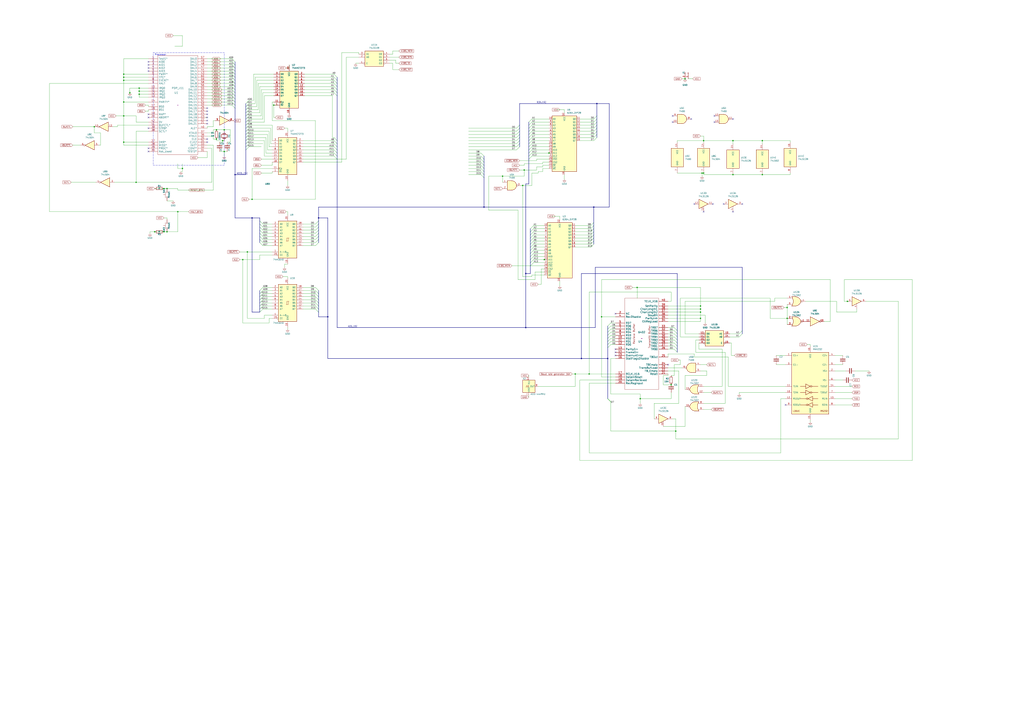
<source format=kicad_sch>
(kicad_sch (version 20230121) (generator eeschema)
  (paper "A1")
  (junction (at 146.05 173.99))
  (junction (at 472.44 307.34))
  (junction (at 397.51 170.18))
  (junction (at 576.58 142.24))
  (junction (at 101.6 95.25))
  (junction (at 626.11 143.51))
  (junction (at 575.31 261.62))
  (junction (at 431.8 269.24))
  (junction (at 114.3 74.93))
  (junction (at 114.3 72.39))
  (junction (at 77.47 104.14))
  (junction (at 447.04 213.36))
  (junction (at 184.15 106.68))
  (junction (at 577.85 115.57))
  (junction (at 203.2 207.01))
  (junction (at 525.78 327.66))
  (junction (at 193.04 143.51))
  (junction (at 575.31 251.46))
  (junction (at 646.43 261.62))
  (junction (at 551.18 316.23))
  (junction (at 137.16 154.94))
  (junction (at 646.43 252.73))
  (junction (at 207.01 179.07))
  (junction (at 114.3 77.47))
  (junction (at 101.6 60.96))
  (junction (at 182.88 115.57))
  (junction (at 431.8 224.79))
  (junction (at 101.6 116.84))
  (junction (at 224.79 86.36))
  (junction (at 134.62 154.94))
  (junction (at 494.03 260.35))
  (junction (at 601.98 115.57))
  (junction (at 137.16 190.5))
  (junction (at 111.76 149.86))
  (junction (at 101.6 66.04))
  (junction (at 601.98 143.51))
  (junction (at 626.11 115.57))
  (junction (at 177.8 114.3))
  (junction (at 199.39 213.36))
  (junction (at 269.24 260.35))
  (junction (at 487.68 170.18))
  (junction (at 695.96 247.65))
  (junction (at 523.24 236.22))
  (junction (at 412.75 144.78))
  (junction (at 554.99 354.33))
  (junction (at 429.26 152.4))
  (junction (at 101.6 83.82))
  (junction (at 134.62 190.5))
  (junction (at 499.11 294.64))
  (junction (at 177.8 106.68))
  (junction (at 483.87 307.34))
  (junction (at 207.01 163.83))
  (junction (at 127 190.5))
  (junction (at 149.86 138.43))
  (junction (at 575.31 256.54))
  (junction (at 106.68 76.2))
  (junction (at 477.52 294.64))
  (junction (at 577.85 142.24))
  (junction (at 450.85 125.73))
  (junction (at 562.61 64.77))
  (junction (at 430.53 139.7))
  (junction (at 261.62 179.07))
  (junction (at 575.31 254))
  (junction (at 184.15 124.46))
  (junction (at 490.22 85.09))
  (junction (at 101.6 63.5))
  (no_connect (at 170.18 101.6))
  (no_connect (at 170.18 93.98))
  (no_connect (at 585.47 167.64))
  (no_connect (at 170.18 114.3))
  (no_connect (at 586.74 100.33))
  (no_connect (at 121.92 105.41))
  (no_connect (at 586.74 95.25))
  (no_connect (at 121.92 58.42))
  (no_connect (at 121.92 121.92))
  (no_connect (at 121.92 124.46))
  (no_connect (at 121.92 96.52))
  (no_connect (at 505.46 287.02))
  (no_connect (at 552.45 95.25))
  (no_connect (at 548.64 299.72))
  (no_connect (at 601.98 173.99))
  (no_connect (at 121.92 55.88))
  (no_connect (at 505.46 289.56))
  (no_connect (at 594.36 167.64))
  (no_connect (at 645.16 332.74))
  (no_connect (at 170.18 99.06))
  (no_connect (at 570.23 167.64))
  (no_connect (at 505.46 292.1))
  (no_connect (at 601.98 97.79))
  (no_connect (at 170.18 116.84))
  (no_connect (at 577.85 173.99))
  (no_connect (at 170.18 88.9))
  (no_connect (at 552.45 100.33))
  (no_connect (at 121.92 53.34))
  (no_connect (at 170.18 91.44))
  (no_connect (at 567.69 97.79))
  (no_connect (at 505.46 257.81))
  (no_connect (at 170.18 96.52))
  (no_connect (at 609.6 167.64))
  (no_connect (at 121.92 50.8))
  (no_connect (at 121.92 93.98))
  (bus_entry (at 499.11 278.13) (size 2.54 -2.54))
  (bus_entry (at 487.68 193.04) (size -2.54 2.54))
  (bus_entry (at 490.22 107.95) (size -2.54 2.54))
  (bus_entry (at 193.04 81.28) (size -2.54 -2.54))
  (bus_entry (at 490.22 95.25) (size -2.54 2.54))
  (bus_entry (at 215.9 236.22) (size -2.54 2.54))
  (bus_entry (at 434.34 115.57) (size 2.54 -2.54))
  (bus_entry (at 434.34 105.41) (size 2.54 -2.54))
  (bus_entry (at 193.04 53.34) (size -2.54 -2.54))
  (bus_entry (at 259.08 201.93) (size 2.54 -2.54))
  (bus_entry (at 193.04 73.66) (size -2.54 -2.54))
  (bus_entry (at 201.93 105.41) (size 2.54 -2.54))
  (bus_entry (at 556.26 279.4) (size -2.54 -2.54))
  (bus_entry (at 215.9 194.31) (size -2.54 -2.54))
  (bus_entry (at 201.93 113.03) (size 2.54 -2.54))
  (bus_entry (at 201.93 92.71) (size 2.54 -2.54))
  (bus_entry (at 276.86 128.27) (size -2.54 -2.54))
  (bus_entry (at 435.61 195.58) (size 2.54 -2.54))
  (bus_entry (at 487.68 182.88) (size -2.54 2.54))
  (bus_entry (at 435.61 215.9) (size 2.54 -2.54))
  (bus_entry (at 193.04 66.04) (size -2.54 -2.54))
  (bus_entry (at 193.04 55.88) (size -2.54 -2.54))
  (bus_entry (at 435.61 213.36) (size 2.54 -2.54))
  (bus_entry (at 490.22 105.41) (size -2.54 2.54))
  (bus_entry (at 259.08 194.31) (size 2.54 -2.54))
  (bus_entry (at 201.93 90.17) (size 2.54 -2.54))
  (bus_entry (at 215.9 254) (size -2.54 2.54))
  (bus_entry (at 435.61 193.04) (size 2.54 -2.54))
  (bus_entry (at 435.61 203.2) (size 2.54 -2.54))
  (bus_entry (at 394.97 143.51) (size 2.54 2.54))
  (bus_entry (at 193.04 63.5) (size -2.54 -2.54))
  (bus_entry (at 276.86 71.12) (size -2.54 -2.54))
  (bus_entry (at 424.18 115.57) (size 2.54 -2.54))
  (bus_entry (at 424.18 110.49) (size 2.54 -2.54))
  (bus_entry (at 499.11 267.97) (size 2.54 -2.54))
  (bus_entry (at 276.86 66.04) (size -2.54 -2.54))
  (bus_entry (at 499.11 327.66) (size 2.54 2.54))
  (bus_entry (at 394.97 125.73) (size 2.54 2.54))
  (bus_entry (at 193.04 78.74) (size -2.54 -2.54))
  (bus_entry (at 201.93 97.79) (size 2.54 -2.54))
  (bus_entry (at 609.6 274.32) (size -2.54 2.54))
  (bus_entry (at 276.86 78.74) (size -2.54 -2.54))
  (bus_entry (at 215.9 243.84) (size -2.54 2.54))
  (bus_entry (at 490.22 100.33) (size -2.54 2.54))
  (bus_entry (at 487.68 198.12) (size -2.54 2.54))
  (bus_entry (at 201.93 100.33) (size 2.54 -2.54))
  (bus_entry (at 276.86 130.81) (size -2.54 -2.54))
  (bus_entry (at 499.11 275.59) (size 2.54 -2.54))
  (bus_entry (at 556.26 281.94) (size -2.54 -2.54))
  (bus_entry (at 435.61 210.82) (size 2.54 -2.54))
  (bus_entry (at 259.08 236.22) (size 2.54 2.54))
  (bus_entry (at 435.61 200.66) (size 2.54 -2.54))
  (bus_entry (at 487.68 200.66) (size -2.54 2.54))
  (bus_entry (at 259.08 184.15) (size 2.54 -2.54))
  (bus_entry (at 201.93 102.87) (size 2.54 -2.54))
  (bus_entry (at 259.08 246.38) (size 2.54 2.54))
  (bus_entry (at 435.61 190.5) (size 2.54 -2.54))
  (bus_entry (at 201.93 85.09) (size 2.54 -2.54))
  (bus_entry (at 259.08 189.23) (size 2.54 -2.54))
  (bus_entry (at 259.08 241.3) (size 2.54 2.54))
  (bus_entry (at 394.97 133.35) (size 2.54 2.54))
  (bus_entry (at 215.9 186.69) (size -2.54 -2.54))
  (bus_entry (at 215.9 246.38) (size -2.54 2.54))
  (bus_entry (at 259.08 243.84) (size 2.54 2.54))
  (bus_entry (at 215.9 238.76) (size -2.54 2.54))
  (bus_entry (at 259.08 199.39) (size 2.54 -2.54))
  (bus_entry (at 499.11 280.67) (size 2.54 -2.54))
  (bus_entry (at 556.26 289.56) (size -2.54 -2.54))
  (bus_entry (at 490.22 110.49) (size -2.54 2.54))
  (bus_entry (at 215.9 189.23) (size -2.54 -2.54))
  (bus_entry (at 215.9 201.93) (size -2.54 -2.54))
  (bus_entry (at 424.18 120.65) (size 2.54 -2.54))
  (bus_entry (at 201.93 110.49) (size 2.54 -2.54))
  (bus_entry (at 276.86 68.58) (size -2.54 -2.54))
  (bus_entry (at 201.93 123.19) (size 2.54 -2.54))
  (bus_entry (at 394.97 138.43) (size 2.54 2.54))
  (bus_entry (at 435.61 198.12) (size 2.54 -2.54))
  (bus_entry (at 556.26 287.02) (size -2.54 -2.54))
  (bus_entry (at 259.08 196.85) (size 2.54 -2.54))
  (bus_entry (at 434.34 125.73) (size 2.54 -2.54))
  (bus_entry (at 487.68 185.42) (size -2.54 2.54))
  (bus_entry (at 201.93 115.57) (size 2.54 -2.54))
  (bus_entry (at 201.93 87.63) (size 2.54 -2.54))
  (bus_entry (at 201.93 107.95) (size 2.54 -2.54))
  (bus_entry (at 215.9 241.3) (size -2.54 2.54))
  (bus_entry (at 499.11 285.75) (size 2.54 -2.54))
  (bus_entry (at 201.93 120.65) (size 2.54 -2.54))
  (bus_entry (at 276.86 115.57) (size -2.54 -2.54))
  (bus_entry (at 424.18 107.95) (size 2.54 -2.54))
  (bus_entry (at 434.34 123.19) (size 2.54 -2.54))
  (bus_entry (at 193.04 83.82) (size -2.54 -2.54))
  (bus_entry (at 609.6 271.78) (size -2.54 2.54))
  (bus_entry (at 201.93 118.11) (size 2.54 -2.54))
  (bus_entry (at 259.08 254) (size 2.54 2.54))
  (bus_entry (at 424.18 105.41) (size 2.54 -2.54))
  (bus_entry (at 499.11 270.51) (size 2.54 -2.54))
  (bus_entry (at 490.22 113.03) (size -2.54 2.54))
  (bus_entry (at 394.97 135.89) (size 2.54 2.54))
  (bus_entry (at 434.34 118.11) (size 2.54 -2.54))
  (bus_entry (at 215.9 199.39) (size -2.54 -2.54))
  (bus_entry (at 435.61 218.44) (size 2.54 -2.54))
  (bus_entry (at 435.61 187.96) (size 2.54 -2.54))
  (bus_entry (at 435.61 205.74) (size 2.54 -2.54))
  (bus_entry (at 276.86 73.66) (size -2.54 -2.54))
  (bus_entry (at 259.08 191.77) (size 2.54 -2.54))
  (bus_entry (at 276.86 123.19) (size -2.54 -2.54))
  (bus_entry (at 499.11 327.66) (size 2.54 2.54))
  (bus_entry (at 276.86 76.2) (size -2.54 -2.54))
  (bus_entry (at 193.04 71.12) (size -2.54 -2.54))
  (bus_entry (at 276.86 120.65) (size -2.54 -2.54))
  (bus_entry (at 487.68 195.58) (size -2.54 2.54))
  (bus_entry (at 424.18 118.11) (size 2.54 -2.54))
  (bus_entry (at 434.34 128.27) (size 2.54 -2.54))
  (bus_entry (at 215.9 248.92) (size -2.54 2.54))
  (bus_entry (at 193.04 88.9) (size -2.54 -2.54))
  (bus_entry (at 193.04 76.2) (size -2.54 -2.54))
  (bus_entry (at 259.08 251.46) (size 2.54 2.54))
  (bus_entry (at 556.26 276.86) (size -2.54 -2.54))
  (bus_entry (at 434.34 113.03) (size 2.54 -2.54))
  (bus_entry (at 499.11 273.05) (size 2.54 -2.54))
  (bus_entry (at 259.08 186.69) (size 2.54 -2.54))
  (bus_entry (at 499.11 283.21) (size 2.54 -2.54))
  (bus_entry (at 435.61 208.28) (size 2.54 -2.54))
  (bus_entry (at 193.04 50.8) (size -2.54 -2.54))
  (bus_entry (at 193.04 86.36) (size -2.54 -2.54))
  (bus_entry (at 490.22 97.79) (size -2.54 2.54))
  (bus_entry (at 193.04 58.42) (size -2.54 -2.54))
  (bus_entry (at 556.26 271.78) (size -2.54 -2.54))
  (bus_entry (at 215.9 191.77) (size -2.54 -2.54))
  (bus_entry (at 424.18 123.19) (size 2.54 -2.54))
  (bus_entry (at 434.34 107.95) (size 2.54 -2.54))
  (bus_entry (at 556.26 284.48) (size -2.54 -2.54))
  (bus_entry (at 215.9 184.15) (size -2.54 -2.54))
  (bus_entry (at 201.93 95.25) (size 2.54 -2.54))
  (bus_entry (at 193.04 68.58) (size -2.54 -2.54))
  (bus_entry (at 259.08 238.76) (size 2.54 2.54))
  (bus_entry (at 434.34 110.49) (size 2.54 -2.54))
  (bus_entry (at 394.97 128.27) (size 2.54 2.54))
  (bus_entry (at 490.22 102.87) (size -2.54 2.54))
  (bus_entry (at 276.86 125.73) (size -2.54 -2.54))
  (bus_entry (at 215.9 196.85) (size -2.54 -2.54))
  (bus_entry (at 259.08 248.92) (size 2.54 2.54))
  (bus_entry (at 434.34 102.87) (size 2.54 -2.54))
  (bus_entry (at 424.18 113.03) (size 2.54 -2.54))
  (bus_entry (at 276.86 118.11) (size -2.54 -2.54))
  (bus_entry (at 487.68 187.96) (size -2.54 2.54))
  (bus_entry (at 394.97 140.97) (size 2.54 2.54))
  (bus_entry (at 556.26 274.32) (size -2.54 -2.54))
  (bus_entry (at 193.04 60.96) (size -2.54 -2.54))
  (bus_entry (at 215.9 251.46) (size -2.54 2.54))
  (bus_entry (at 394.97 130.81) (size 2.54 2.54))
  (bus_entry (at 487.68 190.5) (size -2.54 2.54))
  (bus_entry (at 276.86 63.5) (size -2.54 -2.54))
  (bus_entry (at 434.34 100.33) (size 2.54 -2.54))
  (bus_entry (at 434.34 130.81) (size 2.54 -2.54))
  (bus_entry (at 434.34 120.65) (size 2.54 -2.54))
  (wire (pts (xy 445.77 133.35) (xy 445.77 134.62)))
  (wire (pts (xy 445.77 140.97) (xy 445.77 138.43)))
  (wire (pts (xy 101.6 66.04) (xy 121.92 66.04)))
  (wire (pts (xy 685.8 312.42) (xy 692.15 312.42)))
  (wire (pts (xy 248.92 115.57) (xy 274.32 115.57)))
  (wire (pts (xy 438.15 195.58) (xy 447.04 195.58)))
  (wire (pts (xy 250.19 63.5) (xy 274.32 63.5)))
  (bus (pts (xy 487.68 198.12) (xy 487.68 200.66)))
  (wire (pts (xy 77.47 109.22) (xy 82.55 109.22)))
  (bus (pts (xy 276.86 128.27) (xy 276.86 130.81)))
  (wire (pts (xy 646.43 252.73) (xy 646.43 250.19)))
  (wire (pts (xy 685.8 327.66) (xy 699.77 327.66)))
  (wire (pts (xy 548.64 276.86) (xy 553.72 276.86)))
  (wire (pts (xy 577.85 142.24) (xy 576.58 142.24)))
  (wire (pts (xy 661.67 247.65) (xy 687.07 247.65)))
  (wire (pts (xy 223.52 83.82) (xy 223.52 99.06)))
  (wire (pts (xy 259.08 163.83) (xy 207.01 163.83)))
  (wire (pts (xy 170.18 109.22) (xy 175.26 109.22)))
  (wire (pts (xy 558.8 295.91) (xy 558.8 299.72)))
  (bus (pts (xy 431.8 269.24) (xy 431.8 224.79)))
  (wire (pts (xy 170.18 121.92) (xy 173.99 121.92)))
  (wire (pts (xy 215.9 201.93) (xy 223.52 201.93)))
  (wire (pts (xy 204.47 82.55) (xy 208.28 82.55)))
  (wire (pts (xy 548.64 251.46) (xy 575.31 251.46)))
  (bus (pts (xy 261.62 246.38) (xy 261.62 243.84)))
  (wire (pts (xy 146.05 138.43) (xy 149.86 138.43)))
  (wire (pts (xy 111.76 107.95) (xy 121.92 107.95)))
  (wire (pts (xy 250.19 60.96) (xy 274.32 60.96)))
  (wire (pts (xy 114.3 74.93) (xy 114.3 72.39)))
  (bus (pts (xy 193.04 68.58) (xy 193.04 71.12)))
  (bus (pts (xy 261.62 191.77) (xy 261.62 194.31)))
  (bus (pts (xy 556.26 276.86) (xy 556.26 274.32)))
  (wire (pts (xy 106.68 76.2) (xy 106.68 77.47)))
  (wire (pts (xy 429.26 152.4) (xy 429.26 227.33)))
  (wire (pts (xy 494.03 309.88) (xy 505.46 309.88)))
  (wire (pts (xy 248.92 191.77) (xy 259.08 191.77)))
  (bus (pts (xy 487.68 190.5) (xy 487.68 193.04)))
  (wire (pts (xy 445.77 137.16) (xy 445.77 135.89)))
  (wire (pts (xy 137.16 190.5) (xy 146.05 190.5)))
  (bus (pts (xy 201.93 100.33) (xy 201.93 102.87)))
  (bus (pts (xy 397.51 146.05) (xy 397.51 170.18)))
  (wire (pts (xy 322.58 52.07) (xy 322.58 57.15)))
  (wire (pts (xy 435.61 218.44) (xy 447.04 218.44)))
  (wire (pts (xy 204.47 92.71) (xy 213.36 92.71)))
  (wire (pts (xy 501.65 354.33) (xy 554.99 354.33)))
  (wire (pts (xy 182.88 115.57) (xy 182.88 116.84)))
  (wire (pts (xy 215.9 254) (xy 223.52 254)))
  (bus (pts (xy 213.36 246.38) (xy 213.36 243.84)))
  (wire (pts (xy 472.44 317.5) (xy 472.44 307.34)))
  (bus (pts (xy 487.68 195.58) (xy 487.68 198.12)))
  (bus (pts (xy 213.36 256.54) (xy 207.01 256.54)))
  (bus (pts (xy 261.62 170.18) (xy 397.51 170.18)))
  (wire (pts (xy 58.42 149.86) (xy 78.74 149.86)))
  (wire (pts (xy 575.31 261.62) (xy 575.31 256.54)))
  (wire (pts (xy 568.96 64.77) (xy 565.15 64.77)))
  (wire (pts (xy 576.58 142.24) (xy 576.58 144.78)))
  (wire (pts (xy 162.56 129.54) (xy 170.18 129.54)))
  (wire (pts (xy 384.81 123.19) (xy 424.18 123.19)))
  (wire (pts (xy 436.88 123.19) (xy 450.85 123.19)))
  (wire (pts (xy 175.26 111.76) (xy 175.26 114.3)))
  (wire (pts (xy 170.18 83.82) (xy 190.5 83.82)))
  (wire (pts (xy 548.64 287.02) (xy 553.72 287.02)))
  (wire (pts (xy 577.85 115.57) (xy 601.98 115.57)))
  (wire (pts (xy 556.26 142.24) (xy 576.58 142.24)))
  (wire (pts (xy 384.81 105.41) (xy 424.18 105.41)))
  (wire (pts (xy 553.72 299.72) (xy 553.72 308.61)))
  (wire (pts (xy 137.16 154.94) (xy 146.05 154.94)))
  (bus (pts (xy 213.36 179.07) (xy 213.36 181.61)))
  (wire (pts (xy 217.17 115.57) (xy 217.17 128.27)))
  (bus (pts (xy 431.8 151.13) (xy 434.34 151.13)))
  (bus (pts (xy 193.04 73.66) (xy 193.04 76.2)))
  (bus (pts (xy 261.62 194.31) (xy 261.62 196.85)))
  (wire (pts (xy 575.31 299.72) (xy 580.39 299.72)))
  (wire (pts (xy 149.86 38.1) (xy 149.86 29.21)))
  (wire (pts (xy 577.85 143.51) (xy 577.85 142.24)))
  (bus (pts (xy 201.93 105.41) (xy 201.93 107.95)))
  (wire (pts (xy 648.97 143.51) (xy 648.97 142.24)))
  (wire (pts (xy 215.9 189.23) (xy 223.52 189.23)))
  (wire (pts (xy 170.18 81.28) (xy 190.5 81.28)))
  (bus (pts (xy 201.93 107.95) (xy 201.93 110.49)))
  (wire (pts (xy 224.79 73.66) (xy 214.63 73.66)))
  (wire (pts (xy 101.6 63.5) (xy 101.6 66.04)))
  (wire (pts (xy 575.31 251.46) (xy 575.31 236.22)))
  (wire (pts (xy 749.3 378.46) (xy 749.3 229.87)))
  (wire (pts (xy 401.32 144.78) (xy 401.32 172.72)))
  (wire (pts (xy 184.15 106.68) (xy 184.15 107.95)))
  (bus (pts (xy 434.34 107.95) (xy 434.34 110.49)))
  (wire (pts (xy 501.65 283.21) (xy 505.46 283.21)))
  (wire (pts (xy 223.52 102.87) (xy 223.52 115.57)))
  (bus (pts (xy 193.04 143.51) (xy 201.93 143.51)))
  (bus (pts (xy 201.93 85.09) (xy 201.93 87.63)))
  (wire (pts (xy 259.08 99.06) (xy 259.08 163.83)))
  (wire (pts (xy 643.89 252.73) (xy 646.43 252.73)))
  (wire (pts (xy 476.25 110.49) (xy 487.68 110.49)))
  (wire (pts (xy 224.79 66.04) (xy 210.82 66.04)))
  (wire (pts (xy 248.92 201.93) (xy 259.08 201.93)))
  (wire (pts (xy 472.44 195.58) (xy 485.14 195.58)))
  (bus (pts (xy 261.62 248.92) (xy 261.62 246.38)))
  (wire (pts (xy 476.25 102.87) (xy 487.68 102.87)))
  (wire (pts (xy 121.92 119.38) (xy 101.6 119.38)))
  (bus (pts (xy 213.36 256.54) (xy 213.36 254)))
  (wire (pts (xy 189.23 116.84) (xy 186.69 116.84)))
  (wire (pts (xy 577.85 322.58) (xy 584.2 322.58)))
  (wire (pts (xy 436.88 125.73) (xy 450.85 125.73)))
  (bus (pts (xy 426.72 107.95) (xy 426.72 110.49)))
  (bus (pts (xy 276.86 123.19) (xy 276.86 125.73)))
  (wire (pts (xy 544.83 308.61) (xy 544.83 316.23)))
  (bus (pts (xy 499.11 285.75) (xy 499.11 283.21)))
  (wire (pts (xy 232.41 227.33) (xy 236.22 227.33)))
  (wire (pts (xy 571.5 289.56) (xy 595.63 289.56)))
  (wire (pts (xy 384.81 143.51) (xy 394.97 143.51)))
  (bus (pts (xy 434.34 105.41) (xy 434.34 107.95)))
  (wire (pts (xy 199.39 213.36) (xy 213.36 213.36)))
  (wire (pts (xy 146.05 156.21) (xy 175.26 156.21)))
  (wire (pts (xy 598.17 317.5) (xy 645.16 317.5)))
  (wire (pts (xy 575.31 256.54) (xy 575.31 254)))
  (wire (pts (xy 494.03 260.35) (xy 494.03 309.88)))
  (wire (pts (xy 170.18 50.8) (xy 190.5 50.8)))
  (wire (pts (xy 320.04 52.07) (xy 322.58 52.07)))
  (wire (pts (xy 168.91 96.52) (xy 170.18 96.52)))
  (wire (pts (xy 557.53 304.8) (xy 557.53 331.47)))
  (wire (pts (xy 436.88 152.4) (xy 436.88 142.24)))
  (wire (pts (xy 96.52 102.87) (xy 96.52 104.14)))
  (bus (pts (xy 435.61 210.82) (xy 435.61 213.36)))
  (wire (pts (xy 224.79 63.5) (xy 209.55 63.5)))
  (bus (pts (xy 213.36 254) (xy 213.36 251.46)))
  (wire (pts (xy 434.34 325.12) (xy 434.34 326.39)))
  (wire (pts (xy 426.72 132.08) (xy 440.69 132.08)))
  (bus (pts (xy 487.68 185.42) (xy 487.68 187.96)))
  (wire (pts (xy 217.17 259.08) (xy 217.17 261.62)))
  (bus (pts (xy 261.62 243.84) (xy 261.62 241.3)))
  (wire (pts (xy 220.98 261.62) (xy 223.52 261.62)))
  (wire (pts (xy 384.81 107.95) (xy 424.18 107.95)))
  (wire (pts (xy 101.6 66.04) (xy 101.6 83.82)))
  (wire (pts (xy 123.19 190.5) (xy 123.19 191.77)))
  (wire (pts (xy 294.64 44.45) (xy 294.64 43.18)))
  (bus (pts (xy 276.86 68.58) (xy 276.86 71.12)))
  (wire (pts (xy 204.47 85.09) (xy 209.55 85.09)))
  (wire (pts (xy 438.15 203.2) (xy 447.04 203.2)))
  (wire (pts (xy 248.92 243.84) (xy 259.08 243.84)))
  (wire (pts (xy 637.54 299.72) (xy 645.16 299.72)))
  (wire (pts (xy 146.05 154.94) (xy 146.05 156.21)))
  (wire (pts (xy 204.47 100.33) (xy 217.17 100.33)))
  (wire (pts (xy 208.28 60.96) (xy 208.28 82.55)))
  (wire (pts (xy 570.23 290.83) (xy 570.23 293.37)))
  (wire (pts (xy 685.8 322.58) (xy 699.77 322.58)))
  (wire (pts (xy 149.86 134.62) (xy 149.86 138.43)))
  (wire (pts (xy 204.47 97.79) (xy 215.9 97.79)))
  (bus (pts (xy 276.86 66.04) (xy 276.86 68.58)))
  (bus (pts (xy 261.62 256.54) (xy 261.62 254)))
  (wire (pts (xy 199.39 213.36) (xy 199.39 265.43)))
  (wire (pts (xy 101.6 116.84) (xy 101.6 119.38)))
  (bus (pts (xy 269.24 294.64) (xy 477.52 294.64)))
  (wire (pts (xy 236.22 227.33) (xy 236.22 228.6)))
  (wire (pts (xy 196.85 207.01) (xy 203.2 207.01)))
  (wire (pts (xy 554.99 360.68) (xy 737.87 360.68)))
  (wire (pts (xy 170.18 129.54) (xy 170.18 124.46)))
  (wire (pts (xy 170.18 76.2) (xy 190.5 76.2)))
  (wire (pts (xy 476.25 115.57) (xy 487.68 115.57)))
  (wire (pts (xy 170.18 105.41) (xy 170.18 104.14)))
  (bus (pts (xy 193.04 50.8) (xy 193.04 53.34)))
  (wire (pts (xy 548.64 259.08) (xy 579.12 259.08)))
  (wire (pts (xy 248.92 196.85) (xy 259.08 196.85)))
  (wire (pts (xy 436.88 115.57) (xy 450.85 115.57)))
  (bus (pts (xy 261.62 181.61) (xy 261.62 184.15)))
  (bus (pts (xy 276.86 125.73) (xy 276.86 128.27)))
  (wire (pts (xy 579.12 259.08) (xy 579.12 265.43)))
  (wire (pts (xy 557.53 331.47) (xy 537.21 331.47)))
  (wire (pts (xy 40.64 173.99) (xy 40.64 68.58)))
  (wire (pts (xy 228.6 86.36) (xy 224.79 86.36)))
  (bus (pts (xy 426.72 110.49) (xy 426.72 113.03)))
  (wire (pts (xy 212.09 68.58) (xy 212.09 90.17)))
  (wire (pts (xy 170.18 71.12) (xy 190.5 71.12)))
  (wire (pts (xy 209.55 63.5) (xy 209.55 85.09)))
  (wire (pts (xy 574.04 281.94) (xy 574.04 287.02)))
  (wire (pts (xy 575.31 111.76) (xy 577.85 111.76)))
  (bus (pts (xy 556.26 281.94) (xy 556.26 279.4)))
  (wire (pts (xy 142.24 165.1) (xy 137.16 165.1)))
  (wire (pts (xy 548.64 264.16) (xy 575.31 264.16)))
  (wire (pts (xy 218.44 113.03) (xy 218.44 125.73)))
  (wire (pts (xy 441.96 317.5) (xy 472.44 317.5)))
  (wire (pts (xy 177.8 106.68) (xy 184.15 106.68)))
  (wire (pts (xy 170.18 48.26) (xy 190.5 48.26)))
  (bus (pts (xy 426.72 85.09) (xy 426.72 102.87)))
  (wire (pts (xy 501.65 265.43) (xy 505.46 265.43)))
  (bus (pts (xy 487.68 193.04) (xy 487.68 195.58)))
  (bus (pts (xy 201.93 87.63) (xy 201.93 90.17)))
  (wire (pts (xy 702.31 304.8) (xy 713.74 304.8)))
  (wire (pts (xy 681.99 229.87) (xy 681.99 264.16)))
  (wire (pts (xy 175.26 109.22) (xy 175.26 106.68)))
  (wire (pts (xy 224.79 76.2) (xy 215.9 76.2)))
  (bus (pts (xy 276.86 63.5) (xy 276.86 66.04)))
  (wire (pts (xy 453.39 177.8) (xy 459.74 177.8)))
  (wire (pts (xy 214.63 142.24) (xy 223.52 142.24)))
  (wire (pts (xy 439.42 229.87) (xy 439.42 223.52)))
  (wire (pts (xy 548.64 284.48) (xy 553.72 284.48)))
  (wire (pts (xy 469.9 307.34) (xy 472.44 307.34)))
  (wire (pts (xy 204.47 90.17) (xy 212.09 90.17)))
  (wire (pts (xy 222.25 118.11) (xy 223.52 118.11)))
  (wire (pts (xy 322.58 57.15) (xy 327.66 57.15)))
  (wire (pts (xy 101.6 83.82) (xy 101.6 95.25)))
  (bus (pts (xy 193.04 179.07) (xy 207.01 179.07)))
  (wire (pts (xy 636.27 247.65) (xy 636.27 245.11)))
  (wire (pts (xy 476.25 113.03) (xy 487.68 113.03)))
  (bus (pts (xy 276.86 269.24) (xy 431.8 269.24)))
  (wire (pts (xy 248.92 123.19) (xy 274.32 123.19)))
  (wire (pts (xy 595.63 289.56) (xy 595.63 331.47)))
  (bus (pts (xy 201.93 92.71) (xy 201.93 95.25)))
  (bus (pts (xy 490.22 107.95) (xy 490.22 110.49)))
  (wire (pts (xy 149.86 140.97) (xy 148.59 140.97)))
  (bus (pts (xy 434.34 115.57) (xy 434.34 118.11)))
  (wire (pts (xy 601.98 115.57) (xy 626.11 115.57)))
  (wire (pts (xy 204.47 107.95) (xy 220.98 107.95)))
  (bus (pts (xy 435.61 203.2) (xy 435.61 205.74)))
  (wire (pts (xy 224.79 78.74) (xy 217.17 78.74)))
  (bus (pts (xy 261.62 196.85) (xy 261.62 199.39)))
  (bus (pts (xy 193.04 81.28) (xy 193.04 83.82)))
  (bus (pts (xy 261.62 251.46) (xy 261.62 248.92)))
  (wire (pts (xy 170.18 119.38) (xy 175.26 119.38)))
  (bus (pts (xy 488.95 219.71) (xy 488.95 269.24)))
  (bus (pts (xy 499.11 294.64) (xy 499.11 327.66)))
  (bus (pts (xy 213.36 181.61) (xy 213.36 184.15)))
  (wire (pts (xy 459.74 231.14) (xy 459.74 234.95)))
  (wire (pts (xy 476.25 97.79) (xy 487.68 97.79)))
  (bus (pts (xy 213.36 243.84) (xy 213.36 241.3)))
  (wire (pts (xy 447.04 220.98) (xy 444.5 220.98)))
  (bus (pts (xy 490.22 85.09) (xy 500.38 85.09)))
  (wire (pts (xy 119.38 91.44) (xy 121.92 91.44)))
  (wire (pts (xy 436.88 110.49) (xy 450.85 110.49)))
  (wire (pts (xy 137.16 179.07) (xy 137.16 180.34)))
  (wire (pts (xy 224.79 86.36) (xy 224.79 96.52)))
  (wire (pts (xy 170.18 104.14) (xy 175.26 104.14)))
  (wire (pts (xy 434.34 308.61) (xy 434.34 309.88)))
  (wire (pts (xy 548.64 256.54) (xy 575.31 256.54)))
  (wire (pts (xy 483.87 372.11) (xy 641.35 372.11)))
  (wire (pts (xy 575.31 264.16) (xy 575.31 261.62)))
  (bus (pts (xy 193.04 63.5) (xy 193.04 66.04)))
  (wire (pts (xy 146.05 134.62) (xy 146.05 138.43)))
  (bus (pts (xy 261.62 254) (xy 261.62 251.46)))
  (bus (pts (xy 193.04 83.82) (xy 193.04 86.36)))
  (wire (pts (xy 204.47 113.03) (xy 218.44 113.03)))
  (wire (pts (xy 445.77 138.43) (xy 450.85 138.43)))
  (wire (pts (xy 215.9 248.92) (xy 223.52 248.92)))
  (bus (pts (xy 490.22 105.41) (xy 490.22 107.95)))
  (wire (pts (xy 101.6 63.5) (xy 121.92 63.5)))
  (wire (pts (xy 483.87 240.03) (xy 483.87 307.34)))
  (wire (pts (xy 599.44 281.94) (xy 600.71 281.94)))
  (wire (pts (xy 749.3 229.87) (xy 693.42 229.87)))
  (wire (pts (xy 600.71 281.94) (xy 600.71 292.1)))
  (wire (pts (xy 114.3 72.39) (xy 106.68 72.39)))
  (bus (pts (xy 213.36 251.46) (xy 213.36 248.92)))
  (wire (pts (xy 525.78 327.66) (xy 525.78 331.47)))
  (wire (pts (xy 170.18 68.58) (xy 190.5 68.58)))
  (wire (pts (xy 121.92 102.87) (xy 96.52 102.87)))
  (wire (pts (xy 215.9 243.84) (xy 223.52 243.84)))
  (wire (pts (xy 384.81 113.03) (xy 424.18 113.03)))
  (wire (pts (xy 384.81 115.57) (xy 424.18 115.57)))
  (wire (pts (xy 217.17 78.74) (xy 217.17 100.33)))
  (wire (pts (xy 441.96 233.68) (xy 444.5 233.68)))
  (wire (pts (xy 177.8 114.3) (xy 177.8 115.57)))
  (wire (pts (xy 472.44 198.12) (xy 485.14 198.12)))
  (wire (pts (xy 224.79 60.96) (xy 208.28 60.96)))
  (bus (pts (xy 397.51 135.89) (xy 397.51 133.35)))
  (wire (pts (xy 607.06 322.58) (xy 607.06 323.85)))
  (wire (pts (xy 248.92 130.81) (xy 276.86 130.81)))
  (wire (pts (xy 215.9 238.76) (xy 223.52 238.76)))
  (wire (pts (xy 519.43 236.22) (xy 523.24 236.22)))
  (wire (pts (xy 101.6 95.25) (xy 101.6 116.84)))
  (bus (pts (xy 397.51 146.05) (xy 397.51 143.51)))
  (wire (pts (xy 175.26 104.14) (xy 175.26 99.06)))
  (wire (pts (xy 429.26 227.33) (xy 436.88 227.33)))
  (wire (pts (xy 170.18 66.04) (xy 190.5 66.04)))
  (wire (pts (xy 523.24 236.22) (xy 523.24 245.11)))
  (wire (pts (xy 114.3 80.01) (xy 114.3 77.47)))
  (wire (pts (xy 577.85 336.55) (xy 584.2 336.55)))
  (wire (pts (xy 180.34 124.46) (xy 184.15 124.46)))
  (wire (pts (xy 204.47 120.65) (xy 214.63 120.65)))
  (bus (pts (xy 276.86 71.12) (xy 276.86 73.66)))
  (wire (pts (xy 440.69 139.7) (xy 440.69 137.16)))
  (wire (pts (xy 525.78 327.66) (xy 551.18 327.66)))
  (wire (pts (xy 233.68 105.41) (xy 236.22 105.41)))
  (bus (pts (xy 276.86 78.74) (xy 276.86 115.57)))
  (wire (pts (xy 292.1 52.07) (xy 294.64 52.07)))
  (bus (pts (xy 397.51 170.18) (xy 487.68 170.18)))
  (bus (pts (xy 201.93 120.65) (xy 201.93 123.19)))
  (wire (pts (xy 384.81 133.35) (xy 394.97 133.35)))
  (wire (pts (xy 248.92 246.38) (xy 259.08 246.38)))
  (wire (pts (xy 121.92 72.39) (xy 114.3 72.39)))
  (wire (pts (xy 601.98 143.51) (xy 626.11 143.51)))
  (wire (pts (xy 440.69 130.81) (xy 450.85 130.81)))
  (wire (pts (xy 40.64 68.58) (xy 121.92 68.58)))
  (wire (pts (xy 505.46 314.96) (xy 483.87 314.96)))
  (wire (pts (xy 641.35 372.11) (xy 641.35 327.66)))
  (wire (pts (xy 250.19 76.2) (xy 274.32 76.2)))
  (wire (pts (xy 440.69 132.08) (xy 440.69 130.81)))
  (bus (pts (xy 193.04 88.9) (xy 193.04 143.51)))
  (bus (pts (xy 193.04 76.2) (xy 193.04 78.74)))
  (wire (pts (xy 384.81 135.89) (xy 394.97 135.89)))
  (wire (pts (xy 556.26 115.57) (xy 556.26 116.84)))
  (bus (pts (xy 499.11 294.64) (xy 499.11 285.75)))
  (wire (pts (xy 111.76 149.86) (xy 111.76 107.95)))
  (wire (pts (xy 494.03 260.35) (xy 494.03 229.87)))
  (wire (pts (xy 236.22 173.99) (xy 236.22 176.53)))
  (bus (pts (xy 261.62 189.23) (xy 261.62 191.77)))
  (bus (pts (xy 499.11 270.51) (xy 499.11 267.97)))
  (bus (pts (xy 426.72 105.41) (xy 426.72 107.95)))
  (wire (pts (xy 207.01 163.83) (xy 207.01 138.43)))
  (bus (pts (xy 213.36 196.85) (xy 213.36 199.39)))
  (wire (pts (xy 203.2 207.01) (xy 203.2 261.62)))
  (wire (pts (xy 436.88 97.79) (xy 450.85 97.79)))
  (wire (pts (xy 219.71 110.49) (xy 219.71 123.19)))
  (wire (pts (xy 220.98 107.95) (xy 220.98 120.65)))
  (wire (pts (xy 637.54 292.1) (xy 645.16 292.1)))
  (wire (pts (xy 223.52 259.08) (xy 217.17 259.08)))
  (wire (pts (xy 250.19 73.66) (xy 274.32 73.66)))
  (wire (pts (xy 548.64 281.94) (xy 553.72 281.94)))
  (wire (pts (xy 111.76 95.25) (xy 111.76 100.33)))
  (wire (pts (xy 219.71 123.19) (xy 223.52 123.19)))
  (wire (pts (xy 121.92 77.47) (xy 114.3 77.47)))
  (wire (pts (xy 580.39 308.61) (xy 580.39 304.8)))
  (wire (pts (xy 599.44 274.32) (xy 607.06 274.32)))
  (bus (pts (xy 207.01 179.07) (xy 213.36 179.07)))
  (wire (pts (xy 325.12 52.07) (xy 327.66 52.07)))
  (wire (pts (xy 182.88 115.57) (xy 177.8 115.57)))
  (bus (pts (xy 435.61 218.44) (xy 435.61 224.79)))
  (wire (pts (xy 577.85 115.57) (xy 556.26 115.57)))
  (wire (pts (xy 149.86 138.43) (xy 149.86 140.97)))
  (wire (pts (xy 436.88 105.41) (xy 450.85 105.41)))
  (wire (pts (xy 445.77 135.89) (xy 450.85 135.89)))
  (wire (pts (xy 665.48 283.21) (xy 665.48 284.48)))
  (bus (pts (xy 435.61 198.12) (xy 435.61 200.66)))
  (wire (pts (xy 441.96 140.97) (xy 445.77 140.97)))
  (wire (pts (xy 562.61 308.61) (xy 580.39 308.61)))
  (bus (pts (xy 201.93 95.25) (xy 201.93 97.79)))
  (bus (pts (xy 269.24 260.35) (xy 261.62 260.35)))
  (wire (pts (xy 215.9 241.3) (xy 223.52 241.3)))
  (wire (pts (xy 175.26 114.3) (xy 177.8 114.3)))
  (wire (pts (xy 248.92 125.73) (xy 274.32 125.73)))
  (wire (pts (xy 236.22 269.24) (xy 236.22 270.51)))
  (wire (pts (xy 501.65 267.97) (xy 505.46 267.97)))
  (wire (pts (xy 562.61 350.52) (xy 562.61 334.01)))
  (wire (pts (xy 146.05 173.99) (xy 146.05 190.5)))
  (wire (pts (xy 463.55 90.17) (xy 463.55 92.71)))
  (wire (pts (xy 250.19 71.12) (xy 274.32 71.12)))
  (wire (pts (xy 574.04 274.32) (xy 562.61 274.32)))
  (wire (pts (xy 600.71 292.1) (xy 603.25 292.1)))
  (wire (pts (xy 553.72 308.61) (xy 551.18 308.61)))
  (wire (pts (xy 505.46 294.64) (xy 501.65 294.64)))
  (bus (pts (xy 261.62 170.18) (xy 261.62 179.07)))
  (bus (pts (xy 609.6 271.78) (xy 609.6 219.71)))
  (wire (pts (xy 438.15 185.42) (xy 447.04 185.42)))
  (wire (pts (xy 430.53 144.78) (xy 412.75 144.78)))
  (wire (pts (xy 574.04 287.02) (xy 593.09 287.02)))
  (wire (pts (xy 175.26 99.06) (xy 176.53 99.06)))
  (wire (pts (xy 215.9 184.15) (xy 223.52 184.15)))
  (wire (pts (xy 558.8 276.86) (xy 558.8 245.11)))
  (wire (pts (xy 599.44 276.86) (xy 607.06 276.86)))
  (bus (pts (xy 261.62 179.07) (xy 269.24 179.07)))
  (wire (pts (xy 450.85 125.73) (xy 452.12 125.73)))
  (wire (pts (xy 501.65 330.2) (xy 501.65 354.33)))
  (wire (pts (xy 248.92 241.3) (xy 259.08 241.3)))
  (wire (pts (xy 320.04 44.45) (xy 322.58 44.45)))
  (bus (pts (xy 201.93 115.57) (xy 201.93 118.11)))
  (wire (pts (xy 210.82 66.04) (xy 210.82 87.63)))
  (wire (pts (xy 170.18 63.5) (xy 190.5 63.5)))
  (wire (pts (xy 224.79 68.58) (xy 212.09 68.58)))
  (bus (pts (xy 397.51 143.51) (xy 397.51 140.97)))
  (wire (pts (xy 645.16 322.58) (xy 607.06 322.58)))
  (wire (pts (xy 384.81 120.65) (xy 424.18 120.65)))
  (wire (pts (xy 248.92 128.27) (xy 274.32 128.27)))
  (wire (pts (xy 551.18 316.23) (xy 551.18 314.96)))
  (wire (pts (xy 436.88 227.33) (xy 436.88 226.06)))
  (bus (pts (xy 435.61 205.74) (xy 435.61 208.28)))
  (wire (pts (xy 320.04 49.53) (xy 325.12 49.53)))
  (bus (pts (xy 207.01 256.54) (xy 207.01 179.07)))
  (wire (pts (xy 472.44 185.42) (xy 485.14 185.42)))
  (wire (pts (xy 203.2 207.01) (xy 223.52 207.01)))
  (wire (pts (xy 184.15 124.46) (xy 184.15 128.27)))
  (wire (pts (xy 685.8 332.74) (xy 699.77 332.74)))
  (wire (pts (xy 438.15 193.04) (xy 447.04 193.04)))
  (bus (pts (xy 435.61 213.36) (xy 435.61 215.9)))
  (wire (pts (xy 412.75 144.78) (xy 401.32 144.78)))
  (wire (pts (xy 134.62 179.07) (xy 137.16 179.07)))
  (wire (pts (xy 215.9 246.38) (xy 223.52 246.38)))
  (bus (pts (xy 276.86 76.2) (xy 276.86 78.74)))
  (wire (pts (xy 562.61 320.04) (xy 562.61 308.61)))
  (wire (pts (xy 199.39 265.43) (xy 220.98 265.43)))
  (wire (pts (xy 548.64 271.78) (xy 553.72 271.78)))
  (bus (pts (xy 276.86 120.65) (xy 276.86 123.19)))
  (wire (pts (xy 170.18 78.74) (xy 190.5 78.74)))
  (bus (pts (xy 431.8 224.79) (xy 431.8 151.13)))
  (wire (pts (xy 554.99 354.33) (xy 554.99 360.68)))
  (wire (pts (xy 548.64 247.65) (xy 551.18 247.65)))
  (wire (pts (xy 685.8 304.8) (xy 694.69 304.8)))
  (wire (pts (xy 248.92 194.31) (xy 259.08 194.31)))
  (wire (pts (xy 459.74 177.8) (xy 459.74 180.34)))
  (wire (pts (xy 501.65 294.64) (xy 501.65 323.85)))
  (wire (pts (xy 224.79 83.82) (xy 223.52 83.82)))
  (wire (pts (xy 598.17 293.37) (xy 598.17 317.5)))
  (wire (pts (xy 601.98 115.57) (xy 601.98 118.11)))
  (wire (pts (xy 134.62 190.5) (xy 127 190.5)))
  (wire (pts (xy 646.43 261.62) (xy 646.43 266.7)))
  (wire (pts (xy 384.81 128.27) (xy 394.97 128.27)))
  (wire (pts (xy 472.44 307.34) (xy 483.87 307.34)))
  (wire (pts (xy 463.55 143.51) (xy 463.55 147.32)))
  (wire (pts (xy 273.05 113.03) (xy 273.05 78.74)))
  (wire (pts (xy 693.42 229.87) (xy 693.42 247.65)))
  (bus (pts (xy 477.52 294.64) (xy 499.11 294.64)))
  (wire (pts (xy 420.37 218.44) (xy 435.61 218.44)))
  (wire (pts (xy 626.11 115.57) (xy 648.97 115.57)))
  (bus (pts (xy 434.34 113.03) (xy 434.34 115.57)))
  (wire (pts (xy 438.15 210.82) (xy 447.04 210.82)))
  (wire (pts (xy 537.21 331.47) (xy 537.21 344.17)))
  (bus (pts (xy 201.93 118.11) (xy 201.93 120.65)))
  (wire (pts (xy 695.96 247.65) (xy 697.23 247.65)))
  (wire (pts (xy 284.48 46.99) (xy 294.64 46.99)))
  (wire (pts (xy 59.69 104.14) (xy 77.47 104.14)))
  (bus (pts (xy 201.93 123.19) (xy 201.93 143.51)))
  (wire (pts (xy 284.48 130.81) (xy 284.48 46.99)))
  (bus (pts (xy 499.11 278.13) (xy 499.11 275.59)))
  (wire (pts (xy 233.68 217.17) (xy 236.22 217.17)))
  (wire (pts (xy 213.36 213.36) (xy 213.36 209.55)))
  (wire (pts (xy 134.62 154.94) (xy 127 154.94)))
  (wire (pts (xy 457.2 90.17) (xy 463.55 90.17)))
  (wire (pts (xy 204.47 102.87) (xy 223.52 102.87)))
  (wire (pts (xy 548.64 293.37) (xy 548.64 290.83)))
  (wire (pts (xy 426.72 135.89) (xy 430.53 135.89)))
  (wire (pts (xy 577.85 115.57) (xy 577.85 116.84)))
  (wire (pts (xy 134.62 154.94) (xy 137.16 154.94)))
  (wire (pts (xy 472.44 203.2) (xy 485.14 203.2)))
  (bus (pts (xy 435.61 208.28) (xy 435.61 210.82)))
  (bus (pts (xy 193.04 55.88) (xy 193.04 58.42)))
  (bus (pts (xy 397.51 130.81) (xy 397.51 128.27)))
  (wire (pts (xy 685.8 317.5) (xy 699.77 317.5)))
  (wire (pts (xy 280.67 133.35) (xy 280.67 43.18)))
  (wire (pts (xy 134.62 190.5) (xy 137.16 190.5)))
  (bus (pts (xy 490.22 97.79) (xy 490.22 100.33)))
  (bus (pts (xy 193.04 78.74) (xy 193.04 81.28)))
  (bus (pts (xy 213.36 194.31) (xy 213.36 196.85)))
  (wire (pts (xy 436.88 113.03) (xy 450.85 113.03)))
  (wire (pts (xy 562.61 274.32) (xy 562.61 247.65)))
  (wire (pts (xy 222.25 105.41) (xy 222.25 118.11)))
  (wire (pts (xy 121.92 116.84) (xy 101.6 116.84)))
  (wire (pts (xy 665.48 345.44) (xy 665.48 346.71)))
  (bus (pts (xy 499.11 275.59) (xy 499.11 273.05)))
  (wire (pts (xy 438.15 213.36) (xy 447.04 213.36)))
  (bus (pts (xy 397.51 138.43) (xy 397.51 135.89)))
  (wire (pts (xy 207.01 138.43) (xy 223.52 138.43)))
  (bus (pts (xy 490.22 110.49) (xy 490.22 113.03)))
  (bus (pts (xy 276.86 130.81) (xy 276.86 269.24)))
  (wire (pts (xy 401.32 172.72) (xy 425.45 172.72)))
  (bus (pts (xy 201.93 102.87) (xy 201.93 105.41)))
  (wire (pts (xy 472.44 190.5) (xy 485.14 190.5)))
  (wire (pts (xy 196.85 213.36) (xy 199.39 213.36)))
  (wire (pts (xy 384.81 140.97) (xy 394.97 140.97)))
  (wire (pts (xy 575.31 236.22) (xy 523.24 236.22)))
  (wire (pts (xy 119.38 86.36) (xy 121.92 86.36)))
  (wire (pts (xy 217.17 261.62) (xy 203.2 261.62)))
  (bus (pts (xy 556.26 289.56) (xy 556.26 287.02)))
  (wire (pts (xy 438.15 215.9) (xy 447.04 215.9)))
  (wire (pts (xy 472.44 200.66) (xy 485.14 200.66)))
  (wire (pts (xy 111.76 100.33) (xy 121.92 100.33)))
  (bus (pts (xy 276.86 73.66) (xy 276.86 76.2)))
  (wire (pts (xy 93.98 149.86) (xy 111.76 149.86)))
  (wire (pts (xy 121.92 74.93) (xy 114.3 74.93)))
  (wire (pts (xy 170.18 60.96) (xy 190.5 60.96)))
  (wire (pts (xy 215.9 194.31) (xy 223.52 194.31)))
  (bus (pts (xy 487.68 170.18) (xy 487.68 182.88)))
  (wire (pts (xy 121.92 86.36) (xy 121.92 87.63)))
  (wire (pts (xy 320.04 46.99) (xy 327.66 46.99)))
  (wire (pts (xy 237.49 55.88) (xy 237.49 53.34)))
  (wire (pts (xy 548.64 261.62) (xy 575.31 261.62)))
  (bus (pts (xy 397.51 133.35) (xy 397.51 130.81)))
  (wire (pts (xy 127 190.5) (xy 123.19 190.5)))
  (wire (pts (xy 441.96 142.24) (xy 441.96 140.97)))
  (bus (pts (xy 193.04 86.36) (xy 193.04 88.9)))
  (wire (pts (xy 82.55 109.22) (xy 82.55 119.38)))
  (wire (pts (xy 574.04 279.4) (xy 571.5 279.4)))
  (wire (pts (xy 429.26 152.4) (xy 436.88 152.4)))
  (wire (pts (xy 525.78 327.66) (xy 525.78 323.85)))
  (wire (pts (xy 215.9 199.39) (xy 223.52 199.39)))
  (bus (pts (xy 269.24 179.07) (xy 269.24 260.35)))
  (wire (pts (xy 215.9 236.22) (xy 223.52 236.22)))
  (wire (pts (xy 483.87 307.34) (xy 505.46 307.34)))
  (bus (pts (xy 434.34 128.27) (xy 434.34 130.81)))
  (bus (pts (xy 201.93 113.03) (xy 201.93 115.57)))
  (wire (pts (xy 476.25 312.42) (xy 476.25 378.46)))
  (bus (pts (xy 193.04 143.51) (xy 193.04 179.07)))
  (bus (pts (xy 490.22 100.33) (xy 490.22 102.87)))
  (bus (pts (xy 609.6 274.32) (xy 609.6 271.78)))
  (bus (pts (xy 426.72 85.09) (xy 490.22 85.09)))
  (bus (pts (xy 213.36 189.23) (xy 213.36 191.77)))
  (wire (pts (xy 438.15 187.96) (xy 447.04 187.96)))
  (wire (pts (xy 96.52 104.14) (xy 92.71 104.14)))
  (wire (pts (xy 685.8 299.72) (xy 692.15 299.72)))
  (bus (pts (xy 261.62 179.07) (xy 261.62 181.61)))
  (wire (pts (xy 501.65 280.67) (xy 505.46 280.67)))
  (bus (pts (xy 477.52 224.79) (xy 477.52 294.64)))
  (wire (pts (xy 575.31 304.8) (xy 580.39 304.8)))
  (wire (pts (xy 687.07 247.65) (xy 687.07 256.54)))
  (wire (pts (xy 425.45 229.87) (xy 439.42 229.87)))
  (bus (pts (xy 556.26 274.32) (xy 556.26 271.78)))
  (wire (pts (xy 248.92 254) (xy 259.08 254)))
  (wire (pts (xy 248.92 236.22) (xy 259.08 236.22)))
  (wire (pts (xy 175.26 106.68) (xy 177.8 106.68)))
  (wire (pts (xy 426.72 139.7) (xy 430.53 139.7)))
  (bus (pts (xy 261.62 241.3) (xy 261.62 238.76)))
  (wire (pts (xy 662.94 283.21) (xy 665.48 283.21)))
  (bus (pts (xy 556.26 271.78) (xy 556.26 224.79)))
  (wire (pts (xy 173.99 121.92) (xy 173.99 149.86)))
  (wire (pts (xy 170.18 86.36) (xy 190.5 86.36)))
  (bus (pts (xy 435.61 195.58) (xy 435.61 198.12)))
  (wire (pts (xy 430.53 139.7) (xy 440.69 139.7)))
  (wire (pts (xy 146.05 173.99) (xy 154.94 173.99)))
  (bus (pts (xy 435.61 215.9) (xy 435.61 218.44)))
  (wire (pts (xy 121.92 80.01) (xy 114.3 80.01)))
  (bus (pts (xy 435.61 187.96) (xy 435.61 190.5)))
  (wire (pts (xy 214.63 135.89) (xy 223.52 135.89)))
  (wire (pts (xy 593.09 287.02) (xy 593.09 317.5)))
  (bus (pts (xy 261.62 184.15) (xy 261.62 186.69)))
  (bus (pts (xy 213.36 248.92) (xy 213.36 246.38)))
  (wire (pts (xy 548.64 269.24) (xy 553.72 269.24)))
  (wire (pts (xy 427.99 152.4) (xy 429.26 152.4)))
  (wire (pts (xy 444.5 220.98) (xy 444.5 233.68)))
  (wire (pts (xy 248.92 251.46) (xy 259.08 251.46)))
  (wire (pts (xy 101.6 95.25) (xy 111.76 95.25)))
  (wire (pts (xy 676.91 264.16) (xy 681.99 264.16)))
  (wire (pts (xy 184.15 124.46) (xy 186.69 124.46)))
  (wire (pts (xy 142.24 29.21) (xy 149.86 29.21)))
  (bus (pts (xy 556.26 279.4) (xy 556.26 276.86)))
  (bus (pts (xy 487.68 187.96) (xy 487.68 190.5)))
  (bus (pts (xy 556.26 284.48) (xy 556.26 281.94)))
  (wire (pts (xy 215.9 251.46) (xy 223.52 251.46)))
  (bus (pts (xy 193.04 58.42) (xy 193.04 60.96)))
  (wire (pts (xy 95.25 95.25) (xy 101.6 95.25)))
  (wire (pts (xy 204.47 110.49) (xy 219.71 110.49)))
  (wire (pts (xy 233.68 219.71) (xy 233.68 217.17)))
  (wire (pts (xy 425.45 172.72) (xy 425.45 229.87)))
  (wire (pts (xy 554.99 344.17) (xy 552.45 344.17)))
  (wire (pts (xy 436.88 226.06) (xy 447.04 226.06)))
  (bus (pts (xy 193.04 60.96) (xy 193.04 63.5)))
  (wire (pts (xy 548.64 304.8) (xy 557.53 304.8)))
  (wire (pts (xy 248.92 238.76) (xy 259.08 238.76)))
  (wire (pts (xy 436.88 118.11) (xy 450.85 118.11)))
  (wire (pts (xy 215.9 186.69) (xy 223.52 186.69)))
  (wire (pts (xy 646.43 252.73) (xy 646.43 261.62)))
  (bus (pts (xy 434.34 125.73) (xy 434.34 128.27)))
  (wire (pts (xy 204.47 87.63) (xy 210.82 87.63)))
  (wire (pts (xy 711.2 247.65) (xy 737.87 247.65)))
  (wire (pts (xy 595.63 331.47) (xy 577.85 331.47)))
  (wire (pts (xy 548.64 254) (xy 575.31 254)))
  (wire (pts (xy 384.81 110.49) (xy 424.18 110.49)))
  (wire (pts (xy 438.15 208.28) (xy 447.04 208.28)))
  (wire (pts (xy 280.67 43.18) (xy 294.64 43.18)))
  (wire (pts (xy 601.98 143.51) (xy 577.85 143.51)))
  (wire (pts (xy 430.53 134.62) (xy 445.77 134.62)))
  (wire (pts (xy 551.18 247.65) (xy 551.18 240.03)))
  (wire (pts (xy 438.15 190.5) (xy 447.04 190.5)))
  (bus (pts (xy 499.11 283.21) (xy 499.11 280.67)))
  (wire (pts (xy 476.25 105.41) (xy 487.68 105.41)))
  (wire (pts (xy 494.03 229.87) (xy 681.99 229.87)))
  (wire (pts (xy 220.98 120.65) (xy 223.52 120.65)))
  (wire (pts (xy 548.64 290.83) (xy 570.23 290.83)))
  (bus (pts (xy 276.86 118.11) (xy 276.86 120.65)))
  (wire (pts (xy 501.65 278.13) (xy 505.46 278.13)))
  (bus (pts (xy 556.26 224.79) (xy 477.52 224.79)))
  (bus (pts (xy 490.22 102.87) (xy 490.22 105.41)))
  (wire (pts (xy 213.36 71.12) (xy 213.36 92.71)))
  (wire (pts (xy 234.95 55.88) (xy 237.49 55.88)))
  (wire (pts (xy 189.23 106.68) (xy 189.23 116.84)))
  (wire (pts (xy 223.52 133.35) (xy 223.52 135.89)))
  (wire (pts (xy 501.65 273.05) (xy 505.46 273.05)))
  (wire (pts (xy 476.25 378.46) (xy 749.3 378.46)))
  (wire (pts (xy 184.15 115.57) (xy 182.88 115.57)))
  (bus (pts (xy 193.04 66.04) (xy 193.04 68.58)))
  (wire (pts (xy 548.64 279.4) (xy 553.72 279.4)))
  (wire (pts (xy 703.58 256.54) (xy 703.58 254)))
  (wire (pts (xy 562.61 64.77) (xy 560.07 64.77)))
  (wire (pts (xy 570.23 293.37) (xy 598.17 293.37)))
  (wire (pts (xy 250.19 68.58) (xy 274.32 68.58)))
  (wire (pts (xy 384.81 125.73) (xy 394.97 125.73)))
  (wire (pts (xy 170.18 111.76) (xy 175.26 111.76)))
  (wire (pts (xy 224.79 71.12) (xy 213.36 71.12)))
  (wire (pts (xy 436.88 107.95) (xy 450.85 107.95)))
  (wire (pts (xy 557.53 295.91) (xy 558.8 295.91)))
  (wire (pts (xy 204.47 163.83) (xy 207.01 163.83)))
  (bus (pts (xy 269.24 260.35) (xy 269.24 294.64)))
  (wire (pts (xy 248.92 186.69) (xy 259.08 186.69)))
  (wire (pts (xy 220.98 265.43) (xy 220.98 261.62)))
  (wire (pts (xy 273.05 78.74) (xy 250.19 78.74)))
  (wire (pts (xy 632.46 261.62) (xy 646.43 261.62)))
  (bus (pts (xy 193.04 53.34) (xy 193.04 55.88)))
  (bus (pts (xy 434.34 120.65) (xy 434.34 123.19)))
  (wire (pts (xy 276.86 130.81) (xy 284.48 130.81)))
  (wire (pts (xy 325.12 49.53) (xy 325.12 52.07)))
  (wire (pts (xy 554.99 354.33) (xy 554.99 344.17)))
  (bus (pts (xy 213.36 241.3) (xy 213.36 238.76)))
  (bus (pts (xy 500.38 85.09) (xy 500.38 170.18)))
  (wire (pts (xy 436.88 102.87) (xy 450.85 102.87)))
  (wire (pts (xy 121.92 91.44) (xy 121.92 90.17)))
  (wire (pts (xy 636.27 245.11) (xy 646.43 245.11)))
  (bus (pts (xy 431.8 224.79) (xy 435.61 224.79)))
  (wire (pts (xy 412.75 144.78) (xy 412.75 149.86)))
  (wire (pts (xy 204.47 118.11) (xy 215.9 118.11)))
  (wire (pts (xy 544.83 316.23) (xy 551.18 316.23)))
  (wire (pts (xy 121.92 48.26) (xy 101.6 48.26)))
  (wire (pts (xy 170.18 73.66) (xy 190.5 73.66)))
  (wire (pts (xy 593.09 317.5) (xy 577.85 317.5)))
  (wire (pts (xy 505.46 312.42) (xy 476.25 312.42)))
  (wire (pts (xy 438.15 205.74) (xy 447.04 205.74)))
  (wire (pts (xy 170.18 58.42) (xy 190.5 58.42)))
  (bus (pts (xy 609.6 219.71) (xy 488.95 219.71)))
  (bus (pts (xy 201.93 90.17) (xy 201.93 92.71)))
  (wire (pts (xy 438.15 200.66) (xy 447.04 200.66)))
  (wire (pts (xy 214.63 73.66) (xy 214.63 95.25)))
  (wire (pts (xy 648.97 115.57) (xy 648.97 116.84)))
  (wire (pts (xy 626.11 115.57) (xy 626.11 118.11)))
  (bus (pts (xy 213.36 186.69) (xy 213.36 189.23)))
  (wire (pts (xy 440.69 137.16) (xy 445.77 137.16)))
  (bus (pts (xy 435.61 190.5) (xy 435.61 193.04)))
  (wire (pts (xy 641.35 327.66) (xy 645.16 327.66)))
  (wire (pts (xy 384.81 118.11) (xy 424.18 118.11)))
  (wire (pts (xy 215.9 76.2) (xy 215.9 97.79)))
  (wire (pts (xy 505.46 260.35) (xy 494.03 260.35)))
  (wire (pts (xy 436.88 100.33) (xy 450.85 100.33)))
  (wire (pts (xy 322.58 44.45) (xy 322.58 41.91)))
  (wire (pts (xy 577.85 111.76) (xy 577.85 115.57)))
  (wire (pts (xy 476.25 100.33) (xy 487.68 100.33)))
  (wire (pts (xy 438.15 198.12) (xy 447.04 198.12)))
  (wire (pts (xy 472.44 193.04) (xy 485.14 193.04)))
  (wire (pts (xy 146.05 173.99) (xy 40.64 173.99)))
  (wire (pts (xy 626.11 143.51) (xy 648.97 143.51)))
  (bus (pts (xy 261.62 256.54) (xy 261.62 260.35)))
  (wire (pts (xy 737.87 360.68) (xy 737.87 247.65)))
  (wire (pts (xy 121.92 83.82) (xy 101.6 83.82)))
  (wire (pts (xy 562.61 247.65) (xy 636.27 247.65)))
  (wire (pts (xy 218.44 125.73) (xy 223.52 125.73)))
  (bus (pts (xy 499.11 280.67) (xy 499.11 278.13)))
  (bus (pts (xy 434.34 130.81) (xy 434.34 151.13)))
  (wire (pts (xy 143.51 38.1) (xy 149.86 38.1)))
  (wire (pts (xy 483.87 314.96) (xy 483.87 372.11)))
  (wire (pts (xy 214.63 130.81) (xy 223.52 130.81)))
  (wire (pts (xy 501.65 323.85) (xy 525.78 323.85)))
  (wire (pts (xy 170.18 55.88) (xy 190.5 55.88)))
  (wire (pts (xy 439.42 223.52) (xy 447.04 223.52)))
  (wire (pts (xy 322.58 41.91) (xy 327.66 41.91)))
  (bus (pts (xy 488.95 269.24) (xy 431.8 269.24)))
  (wire (pts (xy 551.18 327.66) (xy 551.18 322.58)))
  (wire (pts (xy 224.79 96.52) (xy 226.06 96.52)))
  (wire (pts (xy 436.88 120.65) (xy 450.85 120.65)))
  (wire (pts (xy 558.8 299.72) (xy 553.72 299.72)))
  (wire (pts (xy 248.92 118.11) (xy 274.32 118.11)))
  (wire (pts (xy 213.36 209.55) (xy 223.52 209.55)))
  (bus (pts (xy 490.22 95.25) (xy 490.22 97.79)))
  (wire (pts (xy 384.81 138.43) (xy 394.97 138.43)))
  (wire (pts (xy 548.64 302.26) (xy 560.07 302.26)))
  (bus (pts (xy 201.93 110.49) (xy 201.93 113.03)))
  (wire (pts (xy 101.6 60.96) (xy 101.6 63.5)))
  (wire (pts (xy 574.04 276.86) (xy 558.8 276.86)))
  (bus (pts (xy 434.34 110.49) (xy 434.34 113.03)))
  (wire (pts (xy 223.52 99.06) (xy 259.08 99.06)))
  (wire (pts (xy 472.44 187.96) (xy 485.14 187.96)))
  (bus (pts (xy 397.51 140.97) (xy 397.51 138.43)))
  (wire (pts (xy 450.85 133.35) (xy 445.77 133.35)))
  (wire (pts (xy 170.18 53.34) (xy 190.5 53.34)))
  (wire (pts (xy 551.18 240.03) (xy 483.87 240.03)))
  (wire (pts (xy 204.47 115.57) (xy 217.17 115.57)))
  (bus (pts (xy 490.22 85.09) (xy 490.22 95.25)))
  (bus (pts (xy 487.68 170.18) (xy 500.38 170.18)))
  (bus (pts (xy 434.34 118.11) (xy 434.34 120.65)))
  (wire (pts (xy 217.17 128.27) (xy 223.52 128.27)))
  (wire (pts (xy 77.47 104.14) (xy 77.47 109.22)))
  (wire (pts (xy 101.6 48.26) (xy 101.6 60.96)))
  (wire (pts (xy 248.92 133.35) (xy 280.67 133.35)))
  (wire (pts (xy 273.05 113.03) (xy 274.32 113.03)))
  (wire (pts (xy 248.92 248.92) (xy 259.08 248.92)))
  (wire (pts (xy 173.99 149.86) (xy 111.76 149.86)))
  (bus (pts (xy 261.62 186.69) (xy 261.62 189.23)))
  (wire (pts (xy 106.68 72.39) (xy 106.68 76.2)))
  (wire (pts (xy 81.28 119.38) (xy 82.55 119.38)))
  (wire (pts (xy 436.88 142.24) (xy 441.96 142.24)))
  (bus (pts (xy 426.72 113.03) (xy 426.72 115.57)))
  (wire (pts (xy 544.83 350.52) (xy 562.61 350.52)))
  (wire (pts (xy 558.8 245.11) (xy 632.46 245.11)))
  (wire (pts (xy 121.92 60.96) (xy 101.6 60.96)))
  (wire (pts (xy 693.42 247.65) (xy 695.96 247.65)))
  (bus (pts (xy 499.11 273.05) (xy 499.11 270.51)))
  (wire (pts (xy 59.69 119.38) (xy 66.04 119.38)))
  (wire (pts (xy 223.52 142.24) (xy 223.52 140.97)))
  (bus (pts (xy 556.26 287.02) (xy 556.26 284.48)))
  (wire (pts (xy 204.47 105.41) (xy 222.25 105.41)))
  (wire (pts (xy 575.31 254) (xy 575.31 251.46)))
  (wire (pts (xy 632.46 245.11) (xy 632.46 261.62)))
  (wire (pts (xy 184.15 106.68) (xy 189.23 106.68)))
  (wire (pts (xy 248.92 184.15) (xy 259.08 184.15)))
  (wire (pts (xy 548.64 274.32) (xy 553.72 274.32)))
  (bus (pts (xy 426.72 102.87) (xy 426.72 105.41)))
  (wire (pts (xy 571.5 279.4) (xy 571.5 289.56)))
  (bus (pts (xy 201.93 97.79) (xy 201.93 100.33)))
  (wire (pts (xy 236.22 105.41) (xy 236.22 107.95)))
  (wire (pts (xy 248.92 199.39) (xy 259.08 199.39)))
  (wire (pts (xy 215.9 191.77) (xy 223.52 191.77)))
  (bus (pts (xy 434.34 100.33) (xy 434.34 102.87)))
  (wire (pts (xy 248.92 120.65) (xy 274.32 120.65)))
  (wire (pts (xy 501.65 270.51) (xy 505.46 270.51)))
  (bus (pts (xy 426.72 115.57) (xy 426.72 118.11)))
  (wire (pts (xy 476.25 107.95) (xy 487.68 107.95)))
  (wire (pts (xy 501.65 275.59) (xy 505.46 275.59)))
  (wire (pts (xy 685.8 292.1) (xy 692.15 292.1)))
  (wire (pts (xy 447.04 213.36) (xy 448.31 213.36)))
  (wire (pts (xy 234.95 173.99) (xy 236.22 173.99)))
  (bus (pts (xy 276.86 115.57) (xy 276.86 118.11)))
  (wire (pts (xy 548.64 307.34) (xy 548.64 308.61)))
  (wire (pts (xy 182.88 116.84) (xy 180.34 116.84)))
  (wire (pts (xy 436.88 128.27) (xy 450.85 128.27)))
  (bus (pts (xy 435.61 200.66) (xy 435.61 203.2)))
  (bus (pts (xy 213.36 184.15) (xy 213.36 186.69)))
  (bus (pts (xy 193.04 71.12) (xy 193.04 73.66)))
  (wire (pts (xy 687.07 256.54) (xy 703.58 256.54)))
  (bus (pts (xy 434.34 123.19) (xy 434.34 125.73)))
  (bus (pts (xy 487.68 182.88) (xy 487.68 185.42)))
  (wire (pts (xy 204.47 95.25) (xy 214.63 95.25)))
  (bus (pts (xy 213.36 191.77) (xy 213.36 194.31)))
  (wire (pts (xy 236.22 148.59) (xy 236.22 152.4)))
  (wire (pts (xy 114.3 77.47) (xy 114.3 74.93)))
  (wire (pts (xy 548.64 308.61) (xy 544.83 308.61)))
  (wire (pts (xy 430.53 139.7) (xy 430.53 144.78)))
  (wire (pts (xy 250.19 66.04) (xy 274.32 66.04)))
  (bus (pts (xy 434.34 102.87) (xy 434.34 105.41)))
  (wire (pts (xy 248.92 189.23) (xy 259.08 189.23)))
  (wire (pts (xy 215.9 196.85) (xy 223.52 196.85)))
  (wire (pts (xy 175.26 119.38) (xy 175.26 156.21)))
  (bus (pts (xy 435.61 193.04) (xy 435.61 195.58)))
  (wire (pts (xy 430.53 135.89) (xy 430.53 134.62)))
  (bus (pts (xy 426.72 118.11) (xy 426.72 120.65)))
  (wire (pts (xy 384.81 130.81) (xy 394.97 130.81)))
  (rectangle (start 125.73 43.18) (end 184.15 135.89) (stroke (width 0) (type dash)))
  (text "Processor" (at 127 45.72 0) (effects (font (size 1.27 1.27)) (justify left bottom)))
  (label "D2" (at 420.37 110.49 0))
  (label "AD8" (at 187.96 68.58 0))
  (label "AD15" (at 186.69 86.36 0))
  (label "D14" (at 482.6 200.66 0))
  (label "A2" (at 604.52 274.32 0))
  (label "D11" (at 482.6 193.04 0))
  (label "D15" (at 482.6 203.2 0))
  (label "D8" (at 391.16 125.73 0))
  (label "D9" (at 391.16 128.27 0))
  (label "A13" (at 441.96 215.9 180))
  (label "A8" (at 440.69 203.2 180))
  (label "D11" (at 255.27 243.84 0))
  (label "D1" (at 420.37 107.95 0))
  (label "D1" (at 549.91 284.48 0))
  (label "D0" (at 255.27 184.15 0))
  (label "A7" (at 271.78 78.74 0))
  (label "A8" (at 271.78 115.57 0))
  (label "D1" (at 255.27 186.69 0))
  (label "D10" (at 391.16 130.81 0))
  (label "AD6" (at 207.01 97.79 180))
  (label "D13" (at 391.16 138.43 0))
  (label "AD1" (at 187.96 50.8 0))
  (label "AD15" (at 208.28 120.65 180))
  (label "A9" (at 439.42 118.11 180))
  (label "AD7" (at 187.96 66.04 0))
  (label "D3" (at 505.46 275.59 180))
  (label "D0" (at 420.37 105.41 0))
  (label "A1" (at 439.42 97.79 180))
  (label "A11" (at 441.96 210.82 180))
  (label "D3" (at 485.14 105.41 0))
  (label "A12" (at 441.96 213.36 180))
  (label "D9" (at 255.27 238.76 0))
  (label "AD0" (at 187.96 48.26 0))
  (label "AD0" (at 207.01 82.55 180))
  (label "D12" (at 255.27 246.38 0))
  (label "D14" (at 391.16 140.97 0))
  (label "AD5" (at 219.71 196.85 180))
  (label "D7" (at 504.19 265.43 180))
  (label "A9" (at 440.69 205.74 180))
  (label "A7" (at 439.42 113.03 180))
  (label "D3" (at 420.37 113.03 0))
  (label "AD9" (at 219.71 238.76 180))
  (label "D13" (at 482.6 198.12 0))
  (label "D3" (at 549.91 279.4 0))
  (label "A3" (at 439.42 102.87 180))
  (label "A5" (at 271.78 73.66 0))
  (label "D5" (at 420.37 118.11 0))
  (label "A1" (at 271.78 63.5 0))
  (label "D12" (at 482.6 195.58 0))
  (label "D2" (at 505.46 278.13 180))
  (label "A4" (at 439.42 105.41 180))
  (label "AD6" (at 187.96 63.5 0))
  (label "AD13" (at 186.69 81.28 0))
  (label "AD3" (at 207.01 90.17 180))
  (label "D5" (at 549.91 274.32 0))
  (label "D2" (at 255.27 189.23 0))
  (label "D7" (at 255.27 201.93 0))
  (label "D0" (at 549.91 287.02 0))
  (label "A8" (at 439.42 115.57 180))
  (label "AD9" (at 187.96 71.12 0))
  (label "AD1" (at 207.01 85.09 180))
  (label "A4" (at 271.78 71.12 0))
  (label "AD2" (at 219.71 189.23 180))
  (label "A5" (at 440.69 195.58 180))
  (label "AD12" (at 208.28 113.03 180))
  (label "AD2" (at 207.01 87.63 180))
  (label "A2" (at 271.78 66.04 0))
  (label "D4" (at 549.91 276.86 0))
  (label "D7" (at 501.65 331.47 0))
  (label "A7" (at 440.69 200.66 180))
  (label "AD[0..15]" (at 194.31 143.51 0))
  (label "A1" (at 440.69 185.42 180))
  (label "D14" (at 255.27 251.46 0))
  (label "D1" (at 505.46 280.67 180))
  (label "AD13" (at 219.71 248.92 180))
  (label "AD7" (at 207.01 100.33 180))
  (label "A2" (at 439.42 100.33 180))
  (label "A10" (at 270.51 120.65 0))
  (label "AD10" (at 208.28 107.95 180))
  (label "D6" (at 485.14 113.03 0))
  (label "D8" (at 257.81 236.22 180))
  (label "D7" (at 420.37 123.19 0))
  (label "D0" (at 485.14 97.79 0))
  (label "A6" (at 439.42 110.49 180))
  (label "A6" (at 271.78 76.2 0))
  (label "D1" (at 485.14 100.33 0))
  (label "A[0..15]" (at 285.75 269.24 0))
  (label "A10" (at 440.69 120.65 180))
  (label "A6" (at 440.69 198.12 180))
  (label "AD3" (at 219.71 191.77 180))
  (label "A2" (at 440.69 187.96 180))
  (label "AD13" (at 208.28 115.57 180))
  (label "AD7" (at 219.71 201.93 180))
  (label "D6" (at 505.46 267.97 180))
  (label "D6" (at 420.37 120.65 0))
  (label "A12" (at 270.51 125.73 0))
  (label "D5" (at 255.27 196.85 0))
  (label "AD14" (at 186.69 83.82 0))
  (label "A9" (at 271.78 118.11 0))
  (label "AD0" (at 219.71 184.15 180))
  (label "D2" (at 549.91 281.94 0))
  (label "A0" (at 273.05 60.96 0))
  (label "D3" (at 255.27 191.77 0))
  (label "AD11" (at 186.69 76.2 0))
  (label "A13" (at 270.51 128.27 0))
  (label "D15" (at 391.16 143.51 0))
  (label "D4" (at 485.14 107.95 0))
  (label "AD11" (at 208.28 110.49 180))
  (label "D10" (at 482.6 190.5 0))
  (label "AD4" (at 187.96 58.42 0))
  (label "D5" (at 485.14 110.49 0))
  (label "AD5" (at 187.96 60.96 0))
  (label "D12" (at 391.16 135.89 0))
  (label "D5" (at 505.46 270.51 180))
  (label "AD9" (at 207.01 105.41 180))
  (label "D6" (at 549.91 271.78 0))
  (label "AD8" (at 207.01 102.87 180))
  (label "AD10" (at 186.69 73.66 0))
  (label "D4" (at 505.46 273.05 180))
  (label "AD2" (at 187.96 53.34 0))
  (label "D9" (at 482.6 187.96 0))
  (label "A12" (at 440.69 125.73 180))
  (label "AD1" (at 219.71 186.69 180))
  (label "A3" (at 271.78 68.58 0))
  (label "D7" (at 485.14 115.57 0))
  (label "D4" (at 420.37 115.57 0))
  (label "D15" (at 255.27 254 0))
  (label "D10" (at 255.27 241.3 0))
  (label "A13" (at 440.69 128.27 180))
  (label "AD12" (at 219.71 246.38 180))
  (label "D[0..15]" (at 440.69 85.09 0))
  (label "AD3" (at 187.96 55.88 0))
  (label "D4" (at 255.27 194.31 0))
  (label "D7" (at 551.18 269.24 0))
  (label "A4" (at 440.69 193.04 180))
  (label "AD15" (at 219.71 254 180))
  (label "D6" (at 255.27 199.39 0))
  (label "AD10" (at 219.71 241.3 180))
  (label "A11" (at 440.69 123.19 180))
  (label "D0" (at 505.46 283.21 180))
  (label "A11" (at 270.51 123.19 0))
  (label "D11" (at 391.16 133.35 0))
  (label "AD4" (at 219.71 194.31 180))
  (label "AD14" (at 208.28 118.11 180))
  (label "AD12" (at 186.69 78.74 0))
  (label "AD5" (at 207.01 95.25 180))
  (label "A3" (at 440.69 190.5 180))
  (label "A10" (at 441.96 208.28 180))
  (label "A5" (at 439.42 107.95 180))
  (label "A1" (at 604.52 276.86 0))
  (label "AD8" (at 219.71 236.22 180))
  (label "D8" (at 482.6 185.42 0))
  (label "D2" (at 485.14 102.87 0))
  (label "AD6" (at 219.71 199.39 180))
  (label "D13" (at 255.27 248.92 0))
  (label "AD11" (at 219.71 243.84 180))
  (label "AD14" (at 219.71 251.46 180))
  (label "AD4" (at 207.01 92.71 180))
  (global_label "~{nLBS_INT}" (shape input) (at 327.66 57.15 0) (property "Intersheetrefs" "${INTERSHEET_REFS}" (effects hide)))
  (global_label "DTR" (shape input) (at 699.77 332.74 0) (property "Intersheetrefs" "${INTERSHEET_REFS}" (effects hide)))
  (global_label "VCC" (shape input) (at 127 154.94 180) (property "Intersheetrefs" "${INTERSHEET_REFS}" (effects hide)))
  (global_label "VCC" (shape input) (at 232.41 227.33 180) (property "Intersheetrefs" "${INTERSHEET_REFS}" (effects hide)))
  (global_label "~{nLBS_IO}" (shape input) (at 327.66 52.07 0) (property "Intersheetrefs" "${INTERSHEET_REFS}" (effects hide)))
  (global_label "AD0" (shape tri_state) (at 173.99 48.26 0) (property "Intersheetrefs" "${INTERSHEET_REFS}" (effects hide)))
  (global_label "TXD" (shape input) (at 699.77 327.66 0) (property "Intersheetrefs" "${INTERSHEET_REFS}" (effects hide)))
  (global_label "~{nBufCTL}" (shape input) (at 426.72 139.7 180) (property "Intersheetrefs" "${INTERSHEET_REFS}" (effects hide)))
  (global_label "SCTL" (shape input) (at 580.39 299.72 0) (property "Intersheetrefs" "${INTERSHEET_REFS}" (effects hide)))
  (global_label "AD9" (shape tri_state) (at 173.99 71.12 0) (property "Intersheetrefs" "${INTERSHEET_REFS}" (effects hide)))
  (global_label "GND" (shape input) (at 434.34 326.39 180) (property "Intersheetrefs" "${INTERSHEET_REFS}" (effects hide)))
  (global_label "Baud rate generator 16X" (shape input) (at 469.9 307.34 180) (property "Intersheetrefs" "${INTERSHEET_REFS}" (effects hide)))
  (global_label "AD10" (shape tri_state) (at 173.99 73.66 0) (property "Intersheetrefs" "${INTERSHEET_REFS}" (effects hide)))
  (global_label "AD1" (shape tri_state) (at 173.99 50.8 0) (property "Intersheetrefs" "${INTERSHEET_REFS}" (effects hide)))
  (global_label "AD12" (shape tri_state) (at 173.99 78.74 0) (property "Intersheetrefs" "${INTERSHEET_REFS}" (effects hide)))
  (global_label "~{nLBS_SYS}" (shape input) (at 327.66 46.99 0) (property "Intersheetrefs" "${INTERSHEET_REFS}" (effects hide)))
  (global_label "AD5" (shape tri_state) (at 173.99 60.96 0) (property "Intersheetrefs" "${INTERSHEET_REFS}" (effects hide)))
  (global_label "VCC" (shape input) (at 568.96 64.77 0) (property "Intersheetrefs" "${INTERSHEET_REFS}" (effects hide)))
  (global_label "VCC" (shape input) (at 426.72 135.89 180) (property "Intersheetrefs" "${INTERSHEET_REFS}" (effects hide)))
  (global_label "~{nLBS_MEM}" (shape input) (at 420.37 218.44 180) (property "Intersheetrefs" "${INTERSHEET_REFS}" (effects hide)))
  (global_label "ALE" (shape input) (at 196.85 213.36 180) (property "Intersheetrefs" "${INTERSHEET_REFS}" (effects hide)))
  (global_label "VCC" (shape input) (at 575.31 111.76 180) (property "Intersheetrefs" "${INTERSHEET_REFS}" (effects hide)))
  (global_label "VCC" (shape input) (at 214.63 142.24 180) (property "Intersheetrefs" "${INTERSHEET_REFS}" (effects hide)))
  (global_label "AD8" (shape tri_state) (at 173.99 68.58 0) (property "Intersheetrefs" "${INTERSHEET_REFS}" (effects hide)))
  (global_label "VCC" (shape input) (at 142.24 29.21 180) (property "Intersheetrefs" "${INTERSHEET_REFS}" (effects hide)))
  (global_label "VCC" (shape input) (at 162.56 129.54 180) (property "Intersheetrefs" "${INTERSHEET_REFS}" (effects hide)))
  (global_label "AD2" (shape tri_state) (at 173.99 53.34 0) (property "Intersheetrefs" "${INTERSHEET_REFS}" (effects hide)))
  (global_label "~{nLBS_IO}" (shape input) (at 603.25 292.1 0) (property "Intersheetrefs" "${INTERSHEET_REFS}" (effects hide)))
  (global_label "~{nBufCTL}" (shape input) (at 584.2 336.55 0) (property "Intersheetrefs" "${INTERSHEET_REFS}" (effects hide)))
  (global_label "VCC" (shape input) (at 455.93 177.8 180) (property "Intersheetrefs" "${INTERSHEET_REFS}" (effects hide)))
  (global_label "VCC" (shape input) (at 233.68 105.41 180) (property "Intersheetrefs" "${INTERSHEET_REFS}" (effects hide)))
  (global_label "SCTL" (shape input) (at 58.42 149.86 180) (property "Intersheetrefs" "${INTERSHEET_REFS}" (effects hide)))
  (global_label "AD11" (shape tri_state) (at 173.99 76.2 0) (property "Intersheetrefs" "${INTERSHEET_REFS}" (effects hide)))
  (global_label "BufCTL" (shape input) (at 59.69 104.14 180) (property "Intersheetrefs" "${INTERSHEET_REFS}" (effects hide)))
  (global_label "VCC" (shape input) (at 134.62 179.07 180) (property "Intersheetrefs" "${INTERSHEET_REFS}" (effects hide)))
  (global_label "~{nBufCTL}" (shape input) (at 643.89 252.73 180) (property "Intersheetrefs" "${INTERSHEET_REFS}" (effects hide)))
  (global_label "VCC" (shape input) (at 459.74 90.17 180) (property "Intersheetrefs" "${INTERSHEET_REFS}" (effects hide)))
  (global_label "BS0" (shape input) (at 214.63 130.81 180) (property "Intersheetrefs" "${INTERSHEET_REFS}" (effects hide)))
  (global_label "BS1" (shape input) (at 119.38 91.44 180) (property "Intersheetrefs" "${INTERSHEET_REFS}" (effects hide)))
  (global_label "VCC" (shape input) (at 662.94 283.21 180) (property "Intersheetrefs" "${INTERSHEET_REFS}" (effects hide)))
  (global_label "~{nBufCTL}" (shape input) (at 59.69 119.38 180) (property "Intersheetrefs" "${INTERSHEET_REFS}" (effects hide)))
  (global_label "VCC" (shape input) (at 95.25 95.25 180) (property "Intersheetrefs" "${INTERSHEET_REFS}" (effects hide)))
  (global_label "RCD" (shape input) (at 699.77 317.5 0) (property "Intersheetrefs" "${INTERSHEET_REFS}" (effects hide)))
  (global_label "RESET_BTN" (shape input) (at 154.94 156.21 0) (property "Intersheetrefs" "${INTERSHEET_REFS}" (effects hide)))
  (global_label "~{nLBS_MEM}" (shape input) (at 327.66 41.91 0) (property "Intersheetrefs" "${INTERSHEET_REFS}" (effects hide)))
  (global_label "AD4" (shape tri_state) (at 173.99 58.42 0) (property "Intersheetrefs" "${INTERSHEET_REFS}" (effects hide)))
  (global_label "VCC" (shape input) (at 226.06 96.52 0) (property "Intersheetrefs" "${INTERSHEET_REFS}" (effects hide)))
  (global_label "SCTL" (shape input) (at 412.75 154.94 180) (property "Intersheetrefs" "${INTERSHEET_REFS}" (effects hide)))
  (global_label "~{nLBS_MEM}" (shape input) (at 426.72 132.08 180) (property "Intersheetrefs" "${INTERSHEET_REFS}" (effects hide)))
  (global_label "VCC" (shape input) (at 234.95 173.99 180) (property "Intersheetrefs" "${INTERSHEET_REFS}" (effects hide)))
  (global_label "AD6" (shape tri_state) (at 173.99 63.5 0) (property "Intersheetrefs" "${INTERSHEET_REFS}" (effects hide)))
  (global_label "VCC" (shape input) (at 434.34 308.61 180) (property "Intersheetrefs" "${INTERSHEET_REFS}" (effects hide)))
  (global_label "GND" (shape input) (at 560.07 64.77 180) (property "Intersheetrefs" "${INTERSHEET_REFS}" (effects hide)))
  (global_label "~{nBufCTL}" (shape input) (at 196.85 207.01 180) (property "Intersheetrefs" "${INTERSHEET_REFS}" (effects hide)))
  (global_label "AD14" (shape tri_state) (at 173.99 83.82 0) (property "Intersheetrefs" "${INTERSHEET_REFS}" (effects hide)))
  (global_label "VCC" (shape input) (at 699.77 312.42 0) (property "Intersheetrefs" "${INTERSHEET_REFS}" (effects hide)))
  (global_label "VCC" (shape input) (at 441.96 233.68 180) (property "Intersheetrefs" "${INTERSHEET_REFS}" (effects hide)))
  (global_label "VCC" (shape input) (at 234.95 55.88 180) (property "Intersheetrefs" "${INTERSHEET_REFS}" (effects hide)))
  (global_label "ALE" (shape input) (at 191.77 99.06 0) (property "Intersheetrefs" "${INTERSHEET_REFS}" (effects hide)))
  (global_label "ALE" (shape input) (at 204.47 163.83 180) (property "Intersheetrefs" "${INTERSHEET_REFS}" (effects hide)))
  (global_label "AD7" (shape tri_state) (at 173.99 66.04 0) (property "Intersheetrefs" "${INTERSHEET_REFS}" (effects hide)))
  (global_label "DSR" (shape input) (at 699.77 322.58 0) (property "Intersheetrefs" "${INTERSHEET_REFS}" (effects hide)))
  (global_label "AD3" (shape tri_state) (at 173.99 55.88 0) (property "Intersheetrefs" "${INTERSHEET_REFS}" (effects hide)))
  (global_label "AD13" (shape tri_state) (at 173.99 81.28 0) (property "Intersheetrefs" "${INTERSHEET_REFS}" (effects hide)))
  (global_label "AD15" (shape tri_state) (at 173.99 86.36 0) (property "Intersheetrefs" "${INTERSHEET_REFS}" (effects hide)))
  (global_label "BS0" (shape input) (at 119.38 86.36 180) (property "Intersheetrefs" "${INTERSHEET_REFS}" (effects hide)))
  (global_label "VCC" (shape input) (at 557.53 295.91 180) (property "Intersheetrefs" "${INTERSHEET_REFS}" (effects hide)))
  (global_label "HALT_BTN" (shape input) (at 154.94 173.99 0) (property "Intersheetrefs" "${INTERSHEET_REFS}" (effects hide)))
  (global_label "BufCTL" (shape input) (at 584.2 322.58 0) (property "Intersheetrefs" "${INTERSHEET_REFS}" (effects hide)))
  (global_label "VCC" (shape input) (at 519.43 236.22 180) (property "Intersheetrefs" "${INTERSHEET_REFS}" (effects hide)))
  (global_label "BS1" (shape input) (at 214.63 135.89 180) (property "Intersheetrefs" "${INTERSHEET_REFS}" (effects hide)))
  (symbol (lib_id "74xx:74LS02") (at 570.23 320.04 0) (mirror y) (unit 4)
    (property "Reference" "U12" (at 570.23 312.42 0))
    (property "Value" "74LS02" (at 570.23 314.96 0))
    (property "Datasheet" "http://www.ti.com/lit/gpn/sn74ls02" (effects hide))
  )
  (symbol (lib_name "GND_2") (lib_id "power:GND") (at 562.61 64.77 0) (unit 1)
    (property "Reference" "#PWR011" (effects hide))
    (property "Value" "GND" (at 562.61 69.85 0))
  )
  (symbol (lib_name "GND_6") (lib_id "power:GND") (at 106.68 76.2 0) (unit 1)
    (property "Reference" "#PWR019" (effects hide))
    (property "Value" "GND" (at 106.68 80.01 0))
  )
  (symbol (lib_id "74xx:74LS04") (at 85.09 104.14 0) (mirror y) (unit 6)
    (property "Reference" "U8" (at 85.09 95.25 0))
    (property "Value" "74LS04" (at 85.09 97.79 0))
    (property "Datasheet" "http://www.ti.com/lit/gpn/sn74LS04" (effects hide))
  )
  (symbol (lib_id "Device:C") (at 698.5 304.8 270) (unit 1)
    (property "Reference" "C6" (at 701.04 307.34 0) (effects (justify left)))
    (property "Value" "C" (effects hide))
    (property "Footprint" "Alius_6502:CP_Radial_D6.3mm_P2.50mm" (effects hide))
  )
  (symbol (lib_id "74xx_EXTRA:74LS640") (at 236.22 196.85 0) (unit 1)
    (property "Reference" "U9" (at 238.2394 176.53 0) (effects (justify left)))
    (property "Value" "74HC640" (at 228.6 213.36 0))
    (property "Footprint" "Package_SO:SOIC-20W_7.5x12.8mm_P1.27mm" (effects hide))
    (property "Datasheet" "https://www.ti.com/lit/ds/symlink/sn74hc640.pdf" (effects hide))
  )
  (symbol (lib_id "PDP-J-11-rescue:PDP_J11") (at 146.05 86.36 0) (unit 1)
    (property "Reference" "U1" (at 144.78 76.2 0) (effects (font (size 1.524 1.524))))
    (property "Value" "PDP_J11" (at 146.05 72.39 0) (effects (font (size 1.524 1.524))))
    (property "Footprint" "~" (at 146.05 86.36 0) (effects (font (size 1.524 1.524))))
    (property "Datasheet" "~" (at 146.05 86.36 0) (effects (font (size 1.524 1.524))))
  )
  (symbol (lib_id "Memory_RAM:628128_DIP32_SSOP32") (at 463.55 118.11 0) (unit 1)
    (property "Reference" "U6" (at 465.7441 90.17 0) (effects (justify left)))
    (property "Value" "6264_DIP28" (at 465.7441 92.71 0) (effects (justify left)))
    (property "Datasheet" "http://www.futurlec.com/Datasheet/Memory/628128.pdf" (effects hide))
  )
  (symbol (lib_id "74xx:74LS04") (at 669.29 264.16 0) (unit 5)
    (property "Reference" "U8" (at 669.29 255.27 0))
    (property "Value" "74LS04" (at 669.29 257.81 0))
    (property "Datasheet" "http://www.ti.com/lit/gpn/sn74LS04" (effects hide))
  )
  (symbol (lib_id "74xx:74LS139") (at 586.74 276.86 0) (mirror y) (unit 2)
    (property "Reference" "U11" (at 586.74 266.7 0))
    (property "Value" "74LS139" (at 586.74 269.24 0))
    (property "Datasheet" "http://www.ti.com/lit/ds/symlink/sn74ls139a.pdf" (effects hide))
  )
  (symbol (lib_name "GND_6") (lib_id "power:GND") (at 607.06 323.85 0) (unit 1)
    (property "Reference" "#PWR08" (effects hide))
    (property "Value" "GND" (at 607.06 327.66 0))
  )
  (symbol (lib_id "Device:R") (at 551.18 312.42 0) (mirror y) (unit 1)
    (property "Reference" "R2" (at 549.402 311.2516 0) (effects (justify left)))
    (property "Value" "10K" (at 549.402 313.563 0) (effects (justify left)))
    (property "Footprint" "Resistor_THT:R_Axial_DIN0207_L6.3mm_D2.5mm_P10.16mm_Horizontal" (effects hide))
  )
  (symbol (lib_id "Device:C") (at 692.15 295.91 0) (unit 1)
    (property "Reference" "C5" (at 694.69 293.37 0) (effects (justify left)))
    (property "Value" "C" (effects hide))
    (property "Footprint" "Alius_6502:CP_Radial_D6.3mm_P2.50mm" (effects hide))
  )
  (symbol (lib_name "GND_6") (lib_id "power:GND") (at 713.74 304.8 0) (unit 1)
    (property "Reference" "#PWR010" (effects hide))
    (property "Value" "GND" (at 713.74 308.61 0))
  )
  (symbol (lib_id "Device:R") (at 130.81 154.94 90) (unit 1)
    (property "Reference" "R1" (at 130.81 152.908 90))
    (property "Value" "R" (at 130.81 154.94 90))
    (property "Footprint" "Alius_6502:R_Axial_DIN0207_L6.3mm_D2.5mm_P10.16mm_Horizontal" (effects hide))
  )
  (symbol (lib_id "Interface_UART:MAX232") (at 665.48 314.96 0) (unit 1)
    (property "Reference" "U15" (at 667.6741 284.48 0) (effects (justify left)))
    (property "Value" "MAX232" (at 667.6741 287.02 0) (effects (justify left)))
    (property "Datasheet" "http://www.ti.com/lit/ds/symlink/max232.pdf" (effects hide))
  )
  (symbol (lib_id "74xx:74LS139") (at 648.97 129.54 0) (unit 3)
    (property "Reference" "U11" (at 655.32 128.27 0) (effects (justify left)))
    (property "Value" "74LS139" (at 655.32 130.81 0) (effects (justify left)))
    (property "Datasheet" "http://www.ti.com/lit/ds/symlink/sn74ls139a.pdf" (effects hide))
  )
  (symbol (lib_id "74xx:7400") (at 567.69 302.26 0) (mirror y) (unit 2)
    (property "Reference" "U5" (at 567.6983 293.37 0))
    (property "Value" "7400" (at 567.6983 295.91 0))
    (property "Datasheet" "http://www.ti.com/lit/gpn/sn7400" (effects hide))
  )
  (symbol (lib_id "power:GND") (at 576.58 144.78 0) (unit 1)
    (property "Reference" "#PWR022" (effects hide))
    (property "Value" "GND" (at 576.58 148.59 0))
  )
  (symbol (lib_name "GND_6") (lib_id "power:GND") (at 579.12 265.43 0) (unit 1)
    (property "Reference" "#PWR02" (effects hide))
    (property "Value" "GND" (at 579.12 269.24 0))
  )
  (symbol (lib_id "Device:C") (at 551.18 318.77 0) (unit 1)
    (property "Reference" "C1" (at 553.72 316.23 0) (effects (justify left)))
    (property "Value" "C" (effects hide))
    (property "Footprint" "Alius_6502:CP_Radial_D6.3mm_P2.50mm" (effects hide))
  )
  (symbol (lib_id "74xx:74LS126") (at 544.83 344.17 0) (unit 3)
    (property "Reference" "U13" (at 544.83 335.28 0))
    (property "Value" "74LS126" (at 544.83 337.82 0))
    (property "Datasheet" "http://www.ti.com/lit/gpn/sn74LS126" (effects hide))
  )
  (symbol (lib_name "GND_6") (lib_id "power:GND") (at 236.22 152.4 0) (unit 1)
    (property "Reference" "#PWR04" (effects hide))
    (property "Value" "GND" (at 236.22 156.21 0))
  )
  (symbol (lib_id "74xx:74AHCT273") (at 236.22 128.27 0) (unit 1)
    (property "Reference" "U7" (at 238.4141 107.5503 0) (effects (justify left)))
    (property "Value" "74AHCT273" (at 238.4141 110.0903 0) (effects (justify left)))
    (property "Datasheet" "https://assets.nexperia.com/documents/data-sheet/74AHC_AHCT273.pdf" (effects hide))
  )
  (symbol (lib_name "GND_3") (lib_id "power:GND") (at 142.24 165.1 0) (unit 1)
    (property "Reference" "#PWR03" (effects hide))
    (property "Value" "GND" (at 142.24 168.91 0))
  )
  (symbol (lib_id "Memory_RAM:628128_DIP32_SSOP32") (at 459.74 205.74 0) (unit 1)
    (property "Reference" "U3" (at 461.9341 177.8 0) (effects (justify left)))
    (property "Value" "6264_DIP28" (at 461.9341 180.34 0) (effects (justify left)))
    (property "Datasheet" "http://www.futurlec.com/Datasheet/Memory/628128.pdf" (effects hide))
  )
  (symbol (lib_id "Device:C") (at 186.69 120.65 0) (unit 1)
    (property "Reference" "C4" (at 187.325 118.11 0) (effects (justify left)))
    (property "Value" "C" (at 187.325 123.19 0) (effects (justify left)))
    (property "Footprint" "Alius_6502:CP_Radial_D6.3mm_P2.50mm" (effects hide))
  )
  (symbol (lib_id "74xx:74LS126") (at 577.85 167.64 0) (unit 4)
    (property "Reference" "U13" (at 577.85 158.75 0))
    (property "Value" "74LS126" (at 577.85 161.29 0))
    (property "Datasheet" "http://www.ti.com/lit/gpn/sn74LS126" (effects hide))
  )
  (symbol (lib_name "GND_6") (lib_id "power:GND") (at 184.15 128.27 0) (unit 1)
    (property "Reference" "#PWR07" (effects hide))
    (property "Value" "GND" (at 184.15 132.08 0))
  )
  (symbol (lib_id "Connector:Conn_01x02_Pin") (at 565.15 59.69 270) (unit 1)
    (property "Reference" "J1" (at 561.34 59.69 0))
    (property "Value" "Power" (effects hide))
    (property "Footprint" "Alius_6502:2_pin_header" (effects hide))
  )
  (symbol (lib_id "74xx:7400") (at 594.36 97.79 0) (unit 4)
    (property "Reference" "U5" (at 594.3517 88.9 0))
    (property "Value" "7400" (at 594.3517 91.44 0))
    (property "Datasheet" "http://www.ti.com/lit/gpn/sn7400" (effects hide))
  )
  (symbol (lib_id "Device:Crystal") (at 184.15 111.76 270) (mirror x) (unit 1)
    (property "Reference" "X1" (at 187.96 111.76 0))
    (property "Value" "15MHz" (at 180.34 111.76 0))
    (property "Footprint" "Crystal:Crystal_HC33-U_Horizontal" (effects hide))
  )
  (symbol (lib_id "Device:C") (at 695.96 312.42 270) (unit 1)
    (property "Reference" "C7" (at 698.5 314.96 0) (effects (justify left)))
    (property "Value" "C" (effects hide))
    (property "Footprint" "Alius_6502:CP_Radial_D6.3mm_P2.50mm" (effects hide))
  )
  (symbol (lib_id "74xx:74LS139") (at 307.34 46.99 0) (unit 1)
    (property "Reference" "U11" (at 307.34 36.83 0))
    (property "Value" "74LS139" (at 307.34 39.37 0))
    (property "Datasheet" "http://www.ti.com/lit/ds/symlink/sn74ls139a.pdf" (effects hide))
  )
  (symbol (lib_id "74xx:74LS04") (at 184.15 99.06 0) (unit 4)
    (property "Reference" "U8" (at 219.71 151.13 0))
    (property "Value" "74LS04" (at 184.15 92.71 0))
    (property "Datasheet" "http://www.ti.com/lit/gpn/sn74LS04" (effects hide))
  )
  (symbol (lib_name "GND_6") (lib_id "power:GND") (at 463.55 147.32 0) (unit 1)
    (property "Reference" "#PWR014" (effects hide))
    (property "Value" "GND" (at 463.55 151.13 0))
  )
  (symbol (lib_id "74xx:74LS04") (at 86.36 149.86 0) (mirror y) (unit 2)
    (property "Reference" "U8" (at 86.36 140.97 0))
    (property "Value" "74LS04" (at 86.36 143.51 0))
    (property "Datasheet" "http://www.ti.com/lit/gpn/sn74LS04" (effects hide))
  )
  (symbol (lib_id "Device:C") (at 180.34 120.65 0) (unit 1)
    (property "Reference" "C3" (at 180.975 118.11 0) (effects (justify left)))
    (property "Value" "C" (at 180.975 123.19 0) (effects (justify left)))
    (property "Footprint" "Alius_6502:CP_Radial_D6.3mm_P2.50mm" (effects hide))
  )
  (symbol (lib_id "Device:R") (at 130.81 190.5 90) (mirror x) (unit 1)
    (property "Reference" "R5" (at 130.81 192.532 90))
    (property "Value" "R" (at 130.81 190.5 90))
    (property "Footprint" "Alius_6502:R_Axial_DIN0207_L6.3mm_D2.5mm_P10.16mm_Horizontal" (effects hide))
  )
  (symbol (lib_id "74xx:74LS02") (at 654.05 264.16 0) (unit 1)
    (property "Reference" "U12" (at 654.05 256.54 0))
    (property "Value" "74LS02" (at 654.05 259.08 0))
    (property "Datasheet" "http://www.ti.com/lit/gpn/sn74ls02" (effects hide))
  )
  (symbol (lib_id "74xx:7400") (at 556.26 129.54 0) (unit 5)
    (property "Reference" "U5" (at 562.61 128.27 0) (effects (justify left)))
    (property "Value" "7400" (at 562.61 130.81 0) (effects (justify left)))
    (property "Datasheet" "http://www.ti.com/lit/gpn/sn7400" (effects hide))
  )
  (symbol (lib_name "GND_6") (lib_id "power:GND") (at 237.49 93.98 0) (unit 1)
    (property "Reference" "#PWR05" (effects hide))
    (property "Value" "GND" (at 237.49 97.79 0))
  )
  (symbol (lib_name "GND_6") (lib_id "power:GND") (at 459.74 234.95 0) (unit 1)
    (property "Reference" "#PWR017" (effects hide))
    (property "Value" "GND" (at 459.74 238.76 0))
  )
  (symbol (lib_id "74xx:74LS02") (at 654.05 247.65 0) (unit 2)
    (property "Reference" "U12" (at 654.05 240.03 0))
    (property "Value" "74LS02" (at 654.05 242.57 0))
    (property "Datasheet" "http://www.ti.com/lit/gpn/sn74ls02" (effects hide))
  )
  (symbol (lib_id "74xx:74LS02") (at 626.11 130.81 0) (unit 5)
    (property "Reference" "U14" (at 632.46 129.54 0) (effects (justify left)))
    (property "Value" "74LS02" (at 632.46 132.08 0) (effects (justify left)))
    (property "Datasheet" "http://www.ti.com/lit/gpn/sn74ls02" (effects hide))
  )
  (symbol (lib_id "Oscillator:ACO-xxxMHz") (at 434.34 317.5 0) (unit 1)
    (property "Reference" "X2" (at 429.26 311.15 0) (effects (justify left)))
    (property "Value" "ACO-xxxMHz" (at 435.61 323.85 0) (effects (justify left)))
    (property "Footprint" "Oscillator:Oscillator_DIP-14" (effects hide))
    (property "Datasheet" "http://www.conwin.com/datasheets/cx/cx030.pdf" (effects hide))
  )
  (symbol (lib_id "74xx_EXTRA:74LS640") (at 236.22 248.92 0) (unit 1)
    (property "Reference" "U10" (at 238.2394 228.6 0) (effects (justify left)))
    (property "Value" "74HC640" (at 228.6 265.43 0))
    (property "Footprint" "Package_SO:SOIC-20W_7.5x12.8mm_P1.27mm" (effects hide))
    (property "Datasheet" "https://www.ti.com/lit/ds/symlink/sn74hc640.pdf" (effects hide))
  )
  (symbol (lib_id "Device:R") (at 177.8 110.49 0) (mirror y) (unit 1)
    (property "Reference" "R4" (at 176.022 109.3216 0) (effects (justify left)))
    (property "Value" "1M" (at 176.022 111.633 0) (effects (justify left)))
    (property "Footprint" "Resistor_THT:R_Axial_DIN0207_L6.3mm_D2.5mm_P10.16mm_Horizontal" (effects hide))
  )
  (symbol (lib_id "74xx:74AHCT273") (at 237.49 73.66 0) (unit 1)
    (property "Reference" "U2" (at 239.6841 53.34 0) (effects (justify left)))
    (property "Value" "74AHCT273" (at 239.6841 55.88 0) (effects (justify left)))
    (property "Datasheet" "https://assets.nexperia.com/documents/data-sheet/74AHC_AHCT273.pdf" (effects hide))
  )
  (symbol (lib_name "GND_6") (lib_id "power:GND") (at 525.78 331.47 0) (unit 1)
    (property "Reference" "#PWR01" (effects hide))
    (property "Value" "GND" (at 525.78 335.28 0))
  )
  (symbol (lib_id "74xx:74LS126") (at 703.58 247.65 0) (unit 2)
    (property "Reference" "U13" (at 703.58 238.76 0))
    (property "Value" "74LS126" (at 703.58 241.3 0))
    (property "Datasheet" "http://www.ti.com/lit/gpn/sn74LS126" (effects hide))
  )
  (symbol (lib_id "74xx:74LS126") (at 601.98 167.64 0) (unit 1)
    (property "Reference" "U13" (at 601.98 158.75 0))
    (property "Value" "74LS126" (at 601.98 161.29 0))
    (property "Datasheet" "http://www.ti.com/lit/gpn/sn74LS126" (effects hide))
  )
  (symbol (lib_id "power:GND") (at 233.68 219.71 0) (unit 1)
    (property "Reference" "#PWR024" (effects hide))
    (property "Value" "GND" (at 233.68 223.52 0))
  )
  (symbol (lib_id "74xx:7400") (at 560.07 97.79 0) (unit 3)
    (property "Reference" "U5" (at 560.0617 88.9 0))
    (property "Value" "7400" (at 560.0617 91.44 0))
    (property "Datasheet" "http://www.ti.com/lit/gpn/sn7400" (effects hide))
  )
  (symbol (lib_id "74xx:74LS02") (at 570.23 334.01 0) (mirror y) (unit 3)
    (property "Reference" "U12" (at 570.23 326.39 0))
    (property "Value" "74LS02" (at 570.23 328.93 0))
    (property "Datasheet" "http://www.ti.com/lit/gpn/sn74ls02" (effects hide))
  )
  (symbol (lib_id "74xx:74LS04") (at 577.85 129.54 0) (unit 7)
    (property "Reference" "U8" (at 584.2 128.27 0) (effects (justify left)))
    (property "Value" "74LS04" (at 584.2 130.81 0) (effects (justify left)))
    (property "Datasheet" "http://www.ti.com/lit/gpn/sn74LS04" (effects hide))
  )
  (symbol (lib_id "74xx:74LS126") (at 601.98 130.81 0) (unit 5)
    (property "Reference" "U13" (at 608.33 129.54 0) (effects (justify left)))
    (property "Value" "74LS126" (at 608.33 132.08 0) (effects (justify left)))
    (property "Datasheet" "http://www.ti.com/lit/gpn/sn74LS126" (effects hide))
  )
  (symbol (lib_id "Switch:SW_Push") (at 137.16 185.42 90) (mirror x) (unit 1)
    (property "Reference" "SW3" (at 134.62 186.69 0) (effects (justify left)))
    (property "Value" "Reset" (at 138.684 185.42 0))
    (property "Footprint" "Alius_6502:push_switch" (effects hide))
  )
  (symbol (lib_name "GND_3") (lib_id "power:GND") (at 123.19 191.77 0) (unit 1)
    (property "Reference" "#PWR018" (effects hide))
    (property "Value" "GND" (at 123.19 195.58 0))
  )
  (symbol (lib_name "GND_6") (lib_id "power:GND") (at 148.59 140.97 0) (unit 1)
    (property "Reference" "#PWR06" (effects hide))
    (property "Value" "GND" (at 148.59 144.78 0))
  )
  (symbol (lib_id "74xx:74LS04") (at 73.66 119.38 0) (mirror y) (unit 3)
    (property "Reference" "U8" (at 73.66 110.49 0))
    (property "Value" "74LS04" (at 73.66 113.03 0))
    (property "Datasheet" "http://www.ti.com/lit/gpn/sn74LS04" (effects hide))
  )
  (symbol (lib_id "Switch:SW_Push") (at 137.16 160.02 90) (unit 1)
    (property "Reference" "SW1" (at 134.62 158.75 0) (effects (justify left)))
    (property "Value" "Reset" (at 138.684 160.02 0))
    (property "Footprint" "Alius_6502:push_switch" (effects hide))
  )
  (symbol (lib_id "PDP-J-11-rescue:6402") (at 527.05 278.13 0) (unit 1)
    (property "Reference" "U4" (at 525.78 280.67 0) (effects (font (size 1.524 1.524))))
    (property "Value" "6402" (at 527.05 273.05 0) (effects (font (size 1.524 1.524))))
    (property "Footprint" "~" (at 527.05 278.13 0) (effects (font (size 1.524 1.524))))
    (property "Datasheet" "~" (at 527.05 278.13 0) (effects (font (size 1.524 1.524))))
  )
  (symbol (lib_id "power:GND") (at 236.22 270.51 0) (unit 1)
    (property "Reference" "#PWR023" (effects hide))
    (property "Value" "GND" (at 236.22 274.32 0))
  )
  (symbol (lib_id "74xx:7400") (at 420.37 152.4 0) (unit 1)
    (property "Reference" "U5" (at 420.3617 143.51 0))
    (property "Value" "7400" (at 420.3617 146.05 0))
    (property "Datasheet" "http://www.ti.com/lit/gpn/sn7400" (effects hide))
  )
  (symbol (lib_name "GND_6") (lib_id "power:GND") (at 292.1 52.07 0) (unit 1)
    (property "Reference" "#PWR020" (effects hide))
    (property "Value" "GND" (at 292.1 55.88 0))
  )
  (symbol (lib_name "GND_6") (lib_id "power:GND") (at 665.48 346.71 0) (unit 1)
    (property "Reference" "#PWR09" (effects hide))
    (property "Value" "GND" (at 665.48 350.52 0))
  )
  (symbol (lib_id "Device:C") (at 637.54 295.91 0) (unit 1)
    (property "Reference" "C2" (at 640.08 293.37 0) (effects (justify left)))
    (property "Value" "C" (effects hide))
    (property "Footprint" "Alius_6502:CP_Radial_D6.3mm_P2.50mm" (effects hide))
  )
)
</source>
